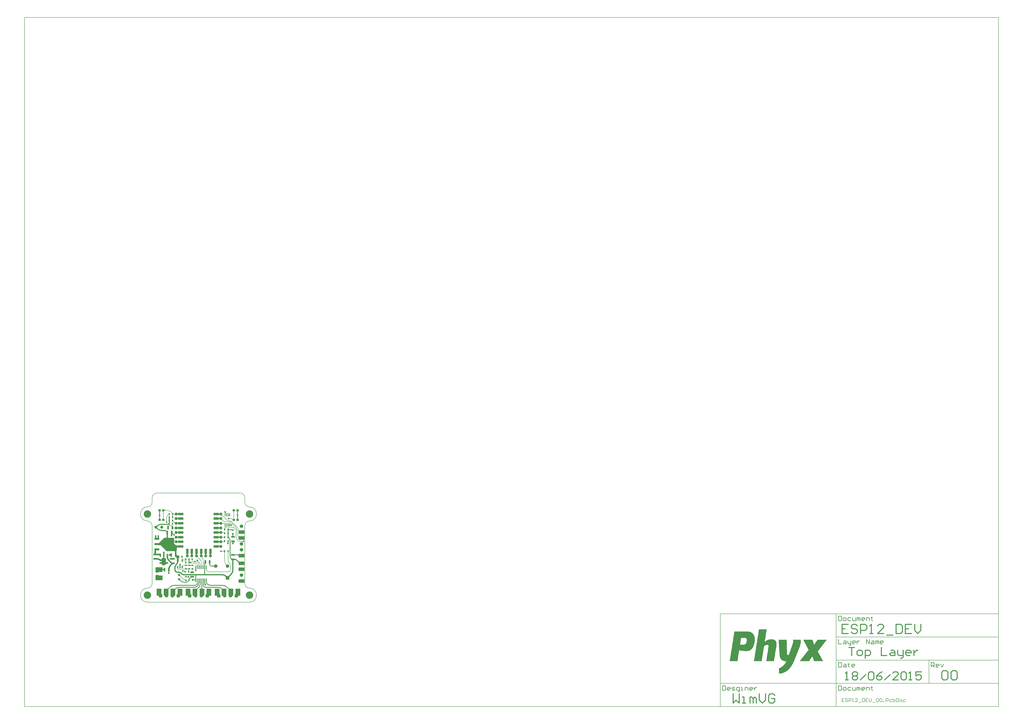
<source format=gtl>
G04 Layer_Physical_Order=1*
G04 Layer_Color=48896*
%FSLAX25Y25*%
%MOIN*%
G70*
G01*
G75*
%ADD10C,0.00787*%
%ADD11C,0.01378*%
%ADD12C,0.01575*%
%ADD13C,0.01181*%
%ADD14C,0.01969*%
%ADD15C,0.01378*%
%ADD16C,0.02362*%
%ADD17C,0.02756*%
%ADD18C,0.00787*%
%ADD19R,0.02362X0.03543*%
%ADD20R,0.02362X0.03937*%
%ADD21R,0.02756X0.05906*%
G04:AMPARAMS|DCode=22|XSize=74.8mil|YSize=125.98mil|CornerRadius=0mil|HoleSize=0mil|Usage=FLASHONLY|Rotation=0.000|XOffset=0mil|YOffset=0mil|HoleType=Round|Shape=Octagon|*
%AMOCTAGOND22*
4,1,8,-0.01870,0.06299,0.01870,0.06299,0.03740,0.04429,0.03740,-0.04429,0.01870,-0.06299,-0.01870,-0.06299,-0.03740,-0.04429,-0.03740,0.04429,-0.01870,0.06299,0.0*
%
%ADD22OCTAGOND22*%

%ADD23R,0.02362X0.05512*%
%ADD24R,0.02362X0.07087*%
%ADD25R,0.01378X0.06299*%
%ADD26R,0.05906X0.02756*%
G04:AMPARAMS|DCode=27|XSize=98.43mil|YSize=59.06mil|CornerRadius=7.38mil|HoleSize=0mil|Usage=FLASHONLY|Rotation=180.000|XOffset=0mil|YOffset=0mil|HoleType=Round|Shape=RoundedRectangle|*
%AMROUNDEDRECTD27*
21,1,0.09843,0.04429,0,0,180.0*
21,1,0.08366,0.05906,0,0,180.0*
1,1,0.01476,-0.04183,0.02215*
1,1,0.01476,0.04183,0.02215*
1,1,0.01476,0.04183,-0.02215*
1,1,0.01476,-0.04183,-0.02215*
%
%ADD27ROUNDEDRECTD27*%
G04:AMPARAMS|DCode=28|XSize=118.11mil|YSize=78.74mil|CornerRadius=3.94mil|HoleSize=0mil|Usage=FLASHONLY|Rotation=90.000|XOffset=0mil|YOffset=0mil|HoleType=Round|Shape=RoundedRectangle|*
%AMROUNDEDRECTD28*
21,1,0.11811,0.07087,0,0,90.0*
21,1,0.11024,0.07874,0,0,90.0*
1,1,0.00787,0.03543,0.05512*
1,1,0.00787,0.03543,-0.05512*
1,1,0.00787,-0.03543,-0.05512*
1,1,0.00787,-0.03543,0.05512*
%
%ADD28ROUNDEDRECTD28*%
%ADD29R,0.03543X0.02362*%
G04:AMPARAMS|DCode=30|XSize=118.11mil|YSize=78.74mil|CornerRadius=3.94mil|HoleSize=0mil|Usage=FLASHONLY|Rotation=180.000|XOffset=0mil|YOffset=0mil|HoleType=Round|Shape=RoundedRectangle|*
%AMROUNDEDRECTD30*
21,1,0.11811,0.07087,0,0,180.0*
21,1,0.11024,0.07874,0,0,180.0*
1,1,0.00787,-0.05512,0.03543*
1,1,0.00787,0.05512,0.03543*
1,1,0.00787,0.05512,-0.03543*
1,1,0.00787,-0.05512,-0.03543*
%
%ADD30ROUNDEDRECTD30*%
%ADD31R,0.03937X0.03543*%
%ADD32R,0.08465X0.12795*%
%ADD33R,0.08465X0.03543*%
%ADD34R,0.03937X0.08858*%
%ADD35R,0.08858X0.03937*%
%ADD36R,0.01575X0.05315*%
%ADD37C,0.03150*%
%ADD38C,0.00984*%
%ADD39C,0.05118*%
%ADD40R,0.05906X0.05906*%
%ADD41C,0.05906*%
G04:AMPARAMS|DCode=42|XSize=59.06mil|YSize=59.06mil|CornerRadius=14.76mil|HoleSize=0mil|Usage=FLASHONLY|Rotation=180.000|XOffset=0mil|YOffset=0mil|HoleType=Round|Shape=RoundedRectangle|*
%AMROUNDEDRECTD42*
21,1,0.05906,0.02953,0,0,180.0*
21,1,0.02953,0.05906,0,0,180.0*
1,1,0.02953,-0.01476,0.01476*
1,1,0.02953,0.01476,0.01476*
1,1,0.02953,0.01476,-0.01476*
1,1,0.02953,-0.01476,-0.01476*
%
%ADD42ROUNDEDRECTD42*%
G04:AMPARAMS|DCode=43|XSize=59.06mil|YSize=59.06mil|CornerRadius=14.76mil|HoleSize=0mil|Usage=FLASHONLY|Rotation=90.000|XOffset=0mil|YOffset=0mil|HoleType=Round|Shape=RoundedRectangle|*
%AMROUNDEDRECTD43*
21,1,0.05906,0.02953,0,0,90.0*
21,1,0.02953,0.05906,0,0,90.0*
1,1,0.02953,0.01476,0.01476*
1,1,0.02953,0.01476,-0.01476*
1,1,0.02953,-0.01476,-0.01476*
1,1,0.02953,-0.01476,0.01476*
%
%ADD43ROUNDEDRECTD43*%
%ADD44C,0.05906*%
%ADD45C,0.05906*%
%ADD46R,0.05906X0.05906*%
%ADD47C,0.12598*%
%ADD48C,0.05118*%
%ADD49C,0.03937*%
%ADD50C,0.02756*%
G36*
X62205Y79134D02*
X65748D01*
Y75197D01*
X64567Y74016D01*
Y68110D01*
X61811D01*
Y74803D01*
X58661Y77953D01*
Y81102D01*
X60236D01*
X62205Y79134D01*
D02*
G37*
G36*
X26378Y82284D02*
X34646D01*
Y76772D01*
X32283D01*
Y79528D01*
X22441D01*
Y82284D01*
X23622D01*
Y90945D01*
X26378D01*
Y82284D01*
D02*
G37*
G36*
X57087Y108268D02*
X57087Y99606D01*
X61024Y95669D01*
Y89567D01*
X61024Y86614D01*
X55118Y86614D01*
X44291Y86614D01*
X34449Y96457D01*
X30512D01*
Y99410D01*
X40354Y109252D01*
X56102D01*
X57087Y108268D01*
D02*
G37*
G36*
X1121080Y-64032D02*
Y-64318D01*
Y-64605D01*
Y-64891D01*
Y-65177D01*
Y-65464D01*
Y-65750D01*
Y-66036D01*
Y-66322D01*
Y-66609D01*
Y-66895D01*
Y-67181D01*
Y-67468D01*
Y-67754D01*
Y-68040D01*
Y-68327D01*
Y-68613D01*
Y-68899D01*
Y-69186D01*
Y-69472D01*
Y-69758D01*
X1120793D01*
Y-70044D01*
Y-70331D01*
Y-70617D01*
Y-70903D01*
Y-71190D01*
X1120507D01*
Y-71476D01*
Y-71762D01*
Y-72049D01*
Y-72335D01*
X1120221D01*
Y-72621D01*
Y-72908D01*
Y-73194D01*
Y-73480D01*
X1119934D01*
Y-73767D01*
Y-74053D01*
Y-74339D01*
X1119648D01*
Y-74625D01*
Y-74912D01*
Y-75198D01*
X1119362D01*
Y-75485D01*
Y-75771D01*
Y-76057D01*
X1119075D01*
Y-76343D01*
Y-76630D01*
Y-76916D01*
X1118789D01*
Y-77202D01*
Y-77489D01*
X1118503D01*
Y-77775D01*
Y-78061D01*
X1118217D01*
Y-78348D01*
Y-78634D01*
Y-78920D01*
X1117930D01*
Y-79207D01*
Y-79493D01*
X1117644D01*
Y-79779D01*
Y-80066D01*
Y-80352D01*
X1117358D01*
Y-80638D01*
Y-80924D01*
X1117071D01*
Y-81211D01*
Y-81497D01*
Y-81783D01*
X1116785D01*
Y-82070D01*
Y-82356D01*
X1116499D01*
Y-82642D01*
Y-82929D01*
Y-83215D01*
X1116212D01*
Y-83501D01*
Y-83788D01*
X1115926D01*
Y-84074D01*
Y-84360D01*
Y-84646D01*
X1115640D01*
Y-84933D01*
Y-85219D01*
X1115353D01*
Y-85505D01*
Y-85792D01*
Y-86078D01*
X1115067D01*
Y-86364D01*
Y-86651D01*
X1114781D01*
Y-86937D01*
Y-87223D01*
Y-87510D01*
X1114494D01*
Y-87796D01*
Y-88082D01*
X1114208D01*
Y-88369D01*
Y-88655D01*
Y-88941D01*
X1113922D01*
Y-89227D01*
Y-89514D01*
X1113636D01*
Y-89800D01*
Y-90086D01*
Y-90373D01*
X1113349D01*
Y-90659D01*
Y-90945D01*
X1113063D01*
Y-91232D01*
Y-91518D01*
Y-91804D01*
X1112776D01*
Y-92091D01*
Y-92377D01*
X1112490D01*
Y-92663D01*
Y-92950D01*
Y-93236D01*
X1112204D01*
Y-93522D01*
Y-93809D01*
X1111918D01*
Y-94095D01*
Y-94381D01*
Y-94667D01*
X1111631D01*
Y-94954D01*
Y-95240D01*
X1111345D01*
Y-95526D01*
Y-95813D01*
Y-96099D01*
X1111059D01*
Y-96385D01*
Y-96672D01*
X1110772D01*
Y-96958D01*
Y-97244D01*
Y-97531D01*
X1110486D01*
Y-97817D01*
Y-98103D01*
X1110200D01*
Y-98390D01*
Y-98676D01*
Y-98962D01*
X1109913D01*
Y-99248D01*
Y-99535D01*
X1109627D01*
Y-99821D01*
Y-100107D01*
Y-100394D01*
X1109341D01*
Y-100680D01*
Y-100966D01*
X1109054D01*
Y-101253D01*
Y-101539D01*
X1108768D01*
Y-101825D01*
Y-102112D01*
X1108482D01*
Y-102398D01*
Y-102684D01*
Y-102971D01*
X1108195D01*
Y-103257D01*
X1107909D01*
Y-103543D01*
Y-103829D01*
Y-104116D01*
X1107623D01*
Y-104402D01*
X1107337D01*
Y-104688D01*
Y-104975D01*
X1107050D01*
Y-105261D01*
Y-105547D01*
X1106764D01*
Y-105834D01*
Y-106120D01*
X1106478D01*
Y-106406D01*
Y-106693D01*
X1106191D01*
Y-106979D01*
X1105905D01*
Y-107265D01*
Y-107552D01*
X1105619D01*
Y-107838D01*
Y-108124D01*
X1105332D01*
Y-108411D01*
X1105046D01*
Y-108697D01*
X1104760D01*
Y-108983D01*
Y-109269D01*
X1104473D01*
Y-109556D01*
X1104187D01*
Y-109842D01*
Y-110128D01*
X1103901D01*
Y-110415D01*
X1103615D01*
Y-110701D01*
X1103328D01*
Y-110987D01*
Y-111274D01*
X1103042D01*
Y-111560D01*
X1102756D01*
Y-111846D01*
X1102469D01*
Y-112133D01*
X1102183D01*
Y-112419D01*
X1101897D01*
Y-112705D01*
Y-112991D01*
X1101610D01*
Y-113278D01*
X1101324D01*
Y-113564D01*
X1101038D01*
Y-113850D01*
X1100751D01*
Y-114137D01*
X1100465D01*
Y-114423D01*
X1100179D01*
Y-114709D01*
X1099892D01*
Y-114996D01*
X1099320D01*
Y-115282D01*
X1099034D01*
Y-115568D01*
X1098747D01*
Y-115855D01*
X1098461D01*
Y-116141D01*
X1098175D01*
Y-116427D01*
X1097602D01*
Y-116714D01*
X1097316D01*
Y-117000D01*
X1096743D01*
Y-117286D01*
X1096457D01*
Y-117572D01*
X1095884D01*
Y-117859D01*
X1095598D01*
Y-118145D01*
X1095025D01*
Y-118431D01*
X1094452D01*
Y-118718D01*
X1093880D01*
Y-119004D01*
X1093307D01*
Y-119290D01*
X1092735D01*
Y-119577D01*
X1091876D01*
Y-119863D01*
X1091303D01*
Y-120149D01*
X1090444D01*
Y-120436D01*
X1089299D01*
Y-120722D01*
X1088154D01*
Y-121008D01*
X1086436D01*
Y-121294D01*
X1084432D01*
Y-121581D01*
X1084145D01*
Y-121294D01*
Y-121008D01*
Y-120722D01*
Y-120436D01*
Y-120149D01*
Y-119863D01*
Y-119577D01*
Y-119290D01*
Y-119004D01*
Y-118718D01*
Y-118431D01*
Y-118145D01*
Y-117859D01*
Y-117572D01*
Y-117286D01*
Y-117000D01*
Y-116714D01*
Y-116427D01*
Y-116141D01*
Y-115855D01*
Y-115568D01*
Y-115282D01*
Y-114996D01*
Y-114709D01*
Y-114423D01*
Y-114137D01*
Y-113850D01*
Y-113564D01*
Y-113278D01*
Y-112991D01*
Y-112705D01*
Y-112419D01*
Y-112133D01*
X1084718D01*
Y-111846D01*
X1085291D01*
Y-111560D01*
X1085863D01*
Y-111274D01*
X1086436D01*
Y-110987D01*
X1087008D01*
Y-110701D01*
X1087581D01*
Y-110415D01*
X1087867D01*
Y-110128D01*
X1088440D01*
Y-109842D01*
X1088726D01*
Y-109556D01*
X1089299D01*
Y-109269D01*
X1089585D01*
Y-108983D01*
X1089872D01*
Y-108697D01*
X1090444D01*
Y-108411D01*
X1090730D01*
Y-108124D01*
X1091017D01*
Y-107838D01*
X1091303D01*
Y-107552D01*
X1091589D01*
Y-107265D01*
X1091876D01*
Y-106979D01*
X1092162D01*
Y-106693D01*
X1092448D01*
Y-106406D01*
X1092735D01*
Y-106120D01*
X1093021D01*
Y-105834D01*
X1093307D01*
Y-105547D01*
X1093594D01*
Y-105261D01*
Y-104975D01*
X1093880D01*
Y-104688D01*
X1094166D01*
Y-104402D01*
X1094452D01*
Y-104116D01*
Y-103829D01*
X1094739D01*
Y-103543D01*
X1095025D01*
Y-103257D01*
Y-102971D01*
X1095311D01*
Y-102684D01*
Y-102398D01*
X1095598D01*
Y-102112D01*
X1095884D01*
Y-101825D01*
Y-101539D01*
X1096170D01*
Y-101253D01*
Y-100966D01*
X1096457D01*
Y-100680D01*
Y-100394D01*
X1094739D01*
Y-100107D01*
X1092735D01*
Y-99821D01*
X1091589D01*
Y-99535D01*
X1091017D01*
Y-99248D01*
X1090158D01*
Y-98962D01*
X1089585D01*
Y-98676D01*
X1089299D01*
Y-98390D01*
X1088726D01*
Y-98103D01*
X1088440D01*
Y-97817D01*
X1088154D01*
Y-97531D01*
X1087867D01*
Y-97244D01*
X1087581D01*
Y-96958D01*
X1087295D01*
Y-96672D01*
Y-96385D01*
X1087008D01*
Y-96099D01*
X1086722D01*
Y-95813D01*
Y-95526D01*
X1086436D01*
Y-95240D01*
Y-94954D01*
X1086149D01*
Y-94667D01*
Y-94381D01*
X1085863D01*
Y-94095D01*
Y-93809D01*
Y-93522D01*
X1085577D01*
Y-93236D01*
Y-92950D01*
Y-92663D01*
Y-92377D01*
X1085291D01*
Y-92091D01*
Y-91804D01*
Y-91518D01*
Y-91232D01*
Y-90945D01*
Y-90659D01*
Y-90373D01*
X1085004D01*
Y-90086D01*
Y-89800D01*
Y-89514D01*
Y-89227D01*
Y-88941D01*
Y-88655D01*
Y-88369D01*
Y-88082D01*
Y-87796D01*
Y-87510D01*
Y-87223D01*
Y-86937D01*
Y-86651D01*
Y-86364D01*
Y-86078D01*
X1084718D01*
Y-85792D01*
Y-85505D01*
Y-85219D01*
Y-84933D01*
Y-84646D01*
Y-84360D01*
Y-84074D01*
Y-83788D01*
Y-83501D01*
Y-83215D01*
Y-82929D01*
Y-82642D01*
Y-82356D01*
Y-82070D01*
Y-81783D01*
X1084432D01*
Y-81497D01*
Y-81211D01*
Y-80924D01*
Y-80638D01*
Y-80352D01*
Y-80066D01*
Y-79779D01*
Y-79493D01*
Y-79207D01*
Y-78920D01*
Y-78634D01*
Y-78348D01*
Y-78061D01*
Y-77775D01*
Y-77489D01*
Y-77202D01*
X1084145D01*
Y-76916D01*
Y-76630D01*
Y-76343D01*
Y-76057D01*
Y-75771D01*
Y-75485D01*
Y-75198D01*
Y-74912D01*
Y-74625D01*
Y-74339D01*
Y-74053D01*
Y-73767D01*
Y-73480D01*
Y-73194D01*
Y-72908D01*
Y-72621D01*
X1083859D01*
Y-72335D01*
Y-72049D01*
Y-71762D01*
Y-71476D01*
Y-71190D01*
Y-70903D01*
Y-70617D01*
Y-70331D01*
Y-70044D01*
Y-69758D01*
Y-69472D01*
Y-69186D01*
Y-68899D01*
Y-68613D01*
X1083573D01*
Y-68327D01*
Y-68040D01*
Y-67754D01*
Y-67468D01*
Y-67181D01*
Y-66895D01*
Y-66609D01*
Y-66322D01*
Y-66036D01*
Y-65750D01*
Y-65464D01*
Y-65177D01*
Y-64891D01*
Y-64605D01*
Y-64318D01*
Y-64032D01*
X1083286D01*
Y-63746D01*
X1097029D01*
Y-64032D01*
Y-64318D01*
Y-64605D01*
Y-64891D01*
Y-65177D01*
Y-65464D01*
Y-65750D01*
Y-66036D01*
Y-66322D01*
Y-66609D01*
Y-66895D01*
Y-67181D01*
Y-67468D01*
Y-67754D01*
X1097316D01*
Y-68040D01*
Y-68327D01*
Y-68613D01*
Y-68899D01*
Y-69186D01*
Y-69472D01*
Y-69758D01*
Y-70044D01*
Y-70331D01*
Y-70617D01*
Y-70903D01*
Y-71190D01*
Y-71476D01*
Y-71762D01*
Y-72049D01*
Y-72335D01*
Y-72621D01*
Y-72908D01*
Y-73194D01*
Y-73480D01*
Y-73767D01*
Y-74053D01*
Y-74339D01*
Y-74625D01*
Y-74912D01*
Y-75198D01*
Y-75485D01*
Y-75771D01*
Y-76057D01*
Y-76343D01*
Y-76630D01*
Y-76916D01*
Y-77202D01*
Y-77489D01*
Y-77775D01*
Y-78061D01*
Y-78348D01*
Y-78634D01*
Y-78920D01*
Y-79207D01*
Y-79493D01*
X1097602D01*
Y-79779D01*
X1097316D01*
Y-80066D01*
Y-80352D01*
X1097602D01*
Y-80638D01*
Y-80924D01*
Y-81211D01*
Y-81497D01*
Y-81783D01*
Y-82070D01*
Y-82356D01*
Y-82642D01*
Y-82929D01*
Y-83215D01*
Y-83501D01*
Y-83788D01*
Y-84074D01*
Y-84360D01*
Y-84646D01*
Y-84933D01*
Y-85219D01*
Y-85505D01*
Y-85792D01*
Y-86078D01*
Y-86364D01*
Y-86651D01*
Y-86937D01*
Y-87223D01*
Y-87510D01*
Y-87796D01*
X1097888D01*
Y-88082D01*
Y-88369D01*
Y-88655D01*
X1098175D01*
Y-88941D01*
X1098461D01*
Y-89227D01*
X1098747D01*
Y-89514D01*
X1099606D01*
Y-89800D01*
X1100465D01*
Y-89514D01*
X1100751D01*
Y-89227D01*
Y-88941D01*
Y-88655D01*
X1101038D01*
Y-88369D01*
Y-88082D01*
X1101324D01*
Y-87796D01*
Y-87510D01*
Y-87223D01*
X1101610D01*
Y-86937D01*
Y-86651D01*
Y-86364D01*
X1101897D01*
Y-86078D01*
Y-85792D01*
Y-85505D01*
X1102183D01*
Y-85219D01*
Y-84933D01*
Y-84646D01*
X1102469D01*
Y-84360D01*
Y-84074D01*
X1102756D01*
Y-83788D01*
Y-83501D01*
Y-83215D01*
X1103042D01*
Y-82929D01*
Y-82642D01*
Y-82356D01*
X1103328D01*
Y-82070D01*
Y-81783D01*
Y-81497D01*
X1103615D01*
Y-81211D01*
Y-80924D01*
X1103901D01*
Y-80638D01*
Y-80352D01*
Y-80066D01*
X1104187D01*
Y-79779D01*
Y-79493D01*
Y-79207D01*
X1104473D01*
Y-78920D01*
Y-78634D01*
Y-78348D01*
X1104760D01*
Y-78061D01*
Y-77775D01*
X1105046D01*
Y-77489D01*
Y-77202D01*
Y-76916D01*
X1105332D01*
Y-76630D01*
Y-76343D01*
Y-76057D01*
X1105619D01*
Y-75771D01*
Y-75485D01*
Y-75198D01*
X1105905D01*
Y-74912D01*
Y-74625D01*
X1106191D01*
Y-74339D01*
Y-74053D01*
Y-73767D01*
X1106478D01*
Y-73480D01*
Y-73194D01*
Y-72908D01*
X1106764D01*
Y-72621D01*
Y-72335D01*
Y-72049D01*
X1107050D01*
Y-71762D01*
Y-71476D01*
Y-71190D01*
Y-70903D01*
X1107337D01*
Y-70617D01*
Y-70331D01*
Y-70044D01*
Y-69758D01*
X1107623D01*
Y-69472D01*
Y-69186D01*
Y-68899D01*
Y-68613D01*
Y-68327D01*
X1107909D01*
Y-68040D01*
Y-67754D01*
Y-67468D01*
Y-67181D01*
Y-66895D01*
Y-66609D01*
X1108195D01*
Y-66322D01*
Y-66036D01*
Y-65750D01*
Y-65464D01*
Y-65177D01*
Y-64891D01*
Y-64605D01*
Y-64318D01*
Y-64032D01*
Y-63746D01*
X1121080D01*
Y-64032D01*
D02*
G37*
G36*
X1063244Y-46567D02*
Y-46853D01*
X1062958D01*
Y-47139D01*
Y-47426D01*
Y-47712D01*
Y-47998D01*
Y-48285D01*
Y-48571D01*
X1062672D01*
Y-48857D01*
Y-49144D01*
Y-49430D01*
Y-49716D01*
Y-50003D01*
Y-50289D01*
X1062385D01*
Y-50575D01*
Y-50862D01*
Y-51148D01*
Y-51434D01*
Y-51720D01*
Y-52007D01*
Y-52293D01*
X1062099D01*
Y-52579D01*
Y-52866D01*
Y-53152D01*
Y-53438D01*
Y-53725D01*
Y-54011D01*
X1061813D01*
Y-54297D01*
Y-54584D01*
Y-54870D01*
Y-55156D01*
Y-55443D01*
Y-55729D01*
X1061526D01*
Y-56015D01*
Y-56301D01*
Y-56588D01*
Y-56874D01*
Y-57161D01*
Y-57447D01*
Y-57733D01*
X1061240D01*
Y-58019D01*
Y-58306D01*
Y-58592D01*
Y-58878D01*
Y-59165D01*
Y-59451D01*
X1060954D01*
Y-59737D01*
Y-60024D01*
Y-60310D01*
Y-60596D01*
Y-60883D01*
Y-61169D01*
X1060668D01*
Y-61455D01*
Y-61742D01*
Y-62028D01*
Y-62314D01*
Y-62600D01*
Y-62887D01*
X1060381D01*
Y-63173D01*
Y-63459D01*
Y-63746D01*
Y-64032D01*
Y-64318D01*
Y-64605D01*
Y-64891D01*
X1060095D01*
Y-65177D01*
Y-65464D01*
Y-65750D01*
Y-66036D01*
Y-66322D01*
Y-66609D01*
X1059809D01*
Y-66895D01*
Y-67181D01*
X1060381D01*
Y-66895D01*
X1060668D01*
Y-66609D01*
X1060954D01*
Y-66322D01*
X1061526D01*
Y-66036D01*
X1061813D01*
Y-65750D01*
X1062099D01*
Y-65464D01*
X1062672D01*
Y-65177D01*
X1063244D01*
Y-64891D01*
X1063531D01*
Y-64605D01*
X1064103D01*
Y-64318D01*
X1064962D01*
Y-64032D01*
X1065535D01*
Y-63746D01*
X1066394D01*
Y-63459D01*
X1067825D01*
Y-63173D01*
X1074124D01*
Y-63459D01*
X1075270D01*
Y-63746D01*
X1076128D01*
Y-64032D01*
X1076701D01*
Y-64318D01*
X1076987D01*
Y-64605D01*
X1077560D01*
Y-64891D01*
X1077846D01*
Y-65177D01*
X1078133D01*
Y-65464D01*
X1078419D01*
Y-65750D01*
X1078705D01*
Y-66036D01*
Y-66322D01*
X1078992D01*
Y-66609D01*
Y-66895D01*
X1079278D01*
Y-67181D01*
Y-67468D01*
Y-67754D01*
X1079564D01*
Y-68040D01*
Y-68327D01*
Y-68613D01*
Y-68899D01*
X1079850D01*
Y-69186D01*
Y-69472D01*
Y-69758D01*
Y-70044D01*
Y-70331D01*
Y-70617D01*
Y-70903D01*
Y-71190D01*
Y-71476D01*
Y-71762D01*
Y-72049D01*
Y-72335D01*
Y-72621D01*
Y-72908D01*
Y-73194D01*
Y-73480D01*
Y-73767D01*
Y-74053D01*
X1079564D01*
Y-74339D01*
Y-74625D01*
Y-74912D01*
Y-75198D01*
Y-75485D01*
Y-75771D01*
Y-76057D01*
X1079278D01*
Y-76343D01*
Y-76630D01*
Y-76916D01*
Y-77202D01*
Y-77489D01*
Y-77775D01*
Y-78061D01*
X1078992D01*
Y-78348D01*
Y-78634D01*
Y-78920D01*
Y-79207D01*
Y-79493D01*
Y-79779D01*
X1078705D01*
Y-80066D01*
Y-80352D01*
Y-80638D01*
Y-80924D01*
Y-81211D01*
Y-81497D01*
X1078419D01*
Y-81783D01*
Y-82070D01*
Y-82356D01*
Y-82642D01*
Y-82929D01*
Y-83215D01*
X1078133D01*
Y-83501D01*
Y-83788D01*
Y-84074D01*
Y-84360D01*
Y-84646D01*
Y-84933D01*
Y-85219D01*
X1077846D01*
Y-85505D01*
Y-85792D01*
Y-86078D01*
Y-86364D01*
Y-86651D01*
Y-86937D01*
X1077560D01*
Y-87223D01*
Y-87510D01*
Y-87796D01*
Y-88082D01*
Y-88369D01*
Y-88655D01*
X1077274D01*
Y-88941D01*
Y-89227D01*
Y-89514D01*
Y-89800D01*
Y-90086D01*
Y-90373D01*
Y-90659D01*
X1076987D01*
Y-90945D01*
Y-91232D01*
Y-91518D01*
Y-91804D01*
Y-92091D01*
Y-92377D01*
X1076701D01*
Y-92663D01*
Y-92950D01*
Y-93236D01*
Y-93522D01*
Y-93809D01*
Y-94095D01*
X1076415D01*
Y-94381D01*
Y-94667D01*
Y-94954D01*
Y-95240D01*
Y-95526D01*
Y-95813D01*
X1076128D01*
Y-96099D01*
Y-96385D01*
Y-96672D01*
Y-96958D01*
Y-97244D01*
Y-97531D01*
Y-97817D01*
X1075842D01*
Y-98103D01*
Y-98390D01*
Y-98676D01*
Y-98962D01*
Y-99248D01*
Y-99535D01*
X1075556D01*
Y-99821D01*
Y-100107D01*
X1062385D01*
Y-99821D01*
Y-99535D01*
X1062672D01*
Y-99248D01*
Y-98962D01*
Y-98676D01*
Y-98390D01*
Y-98103D01*
Y-97817D01*
X1062958D01*
Y-97531D01*
Y-97244D01*
Y-96958D01*
Y-96672D01*
Y-96385D01*
Y-96099D01*
Y-95813D01*
X1063244D01*
Y-95526D01*
Y-95240D01*
Y-94954D01*
Y-94667D01*
Y-94381D01*
Y-94095D01*
X1063531D01*
Y-93809D01*
Y-93522D01*
Y-93236D01*
Y-92950D01*
Y-92663D01*
Y-92377D01*
X1063817D01*
Y-92091D01*
Y-91804D01*
Y-91518D01*
Y-91232D01*
Y-90945D01*
Y-90659D01*
Y-90373D01*
X1064103D01*
Y-90086D01*
Y-89800D01*
Y-89514D01*
Y-89227D01*
Y-88941D01*
Y-88655D01*
X1064390D01*
Y-88369D01*
Y-88082D01*
Y-87796D01*
Y-87510D01*
Y-87223D01*
Y-86937D01*
Y-86651D01*
X1064676D01*
Y-86364D01*
Y-86078D01*
Y-85792D01*
Y-85505D01*
Y-85219D01*
Y-84933D01*
X1064962D01*
Y-84646D01*
Y-84360D01*
Y-84074D01*
Y-83788D01*
Y-83501D01*
Y-83215D01*
X1065249D01*
Y-82929D01*
Y-82642D01*
Y-82356D01*
Y-82070D01*
Y-81783D01*
Y-81497D01*
X1065535D01*
Y-81211D01*
Y-80924D01*
Y-80638D01*
Y-80352D01*
Y-80066D01*
Y-79779D01*
Y-79493D01*
X1065821D01*
Y-79207D01*
Y-78920D01*
Y-78634D01*
Y-78348D01*
Y-78061D01*
Y-77775D01*
X1066107D01*
Y-77489D01*
Y-77202D01*
Y-76916D01*
Y-76630D01*
Y-76343D01*
Y-76057D01*
Y-75771D01*
X1066394D01*
Y-75485D01*
Y-75198D01*
Y-74912D01*
Y-74625D01*
Y-74339D01*
Y-74053D01*
X1066107D01*
Y-73767D01*
Y-73480D01*
X1065821D01*
Y-73194D01*
X1065535D01*
Y-72908D01*
X1064962D01*
Y-72621D01*
X1063244D01*
Y-72908D01*
X1061813D01*
Y-73194D01*
X1060954D01*
Y-73480D01*
X1060381D01*
Y-73767D01*
X1060095D01*
Y-74053D01*
X1059522D01*
Y-74339D01*
X1059236D01*
Y-74625D01*
X1058950D01*
Y-74912D01*
Y-75198D01*
X1058663D01*
Y-75485D01*
Y-75771D01*
Y-76057D01*
X1058377D01*
Y-76343D01*
Y-76630D01*
Y-76916D01*
Y-77202D01*
Y-77489D01*
Y-77775D01*
X1058091D01*
Y-78061D01*
Y-78348D01*
Y-78634D01*
Y-78920D01*
Y-79207D01*
Y-79493D01*
Y-79779D01*
X1057804D01*
Y-80066D01*
Y-80352D01*
Y-80638D01*
Y-80924D01*
Y-81211D01*
Y-81497D01*
X1057518D01*
Y-81783D01*
Y-82070D01*
Y-82356D01*
Y-82642D01*
Y-82929D01*
Y-83215D01*
X1057232D01*
Y-83501D01*
Y-83788D01*
Y-84074D01*
Y-84360D01*
Y-84646D01*
Y-84933D01*
X1056946D01*
Y-85219D01*
Y-85505D01*
Y-85792D01*
Y-86078D01*
Y-86364D01*
Y-86651D01*
Y-86937D01*
X1056659D01*
Y-87223D01*
Y-87510D01*
Y-87796D01*
Y-88082D01*
Y-88369D01*
Y-88655D01*
X1056373D01*
Y-88941D01*
Y-89227D01*
Y-89514D01*
Y-89800D01*
Y-90086D01*
Y-90373D01*
X1056087D01*
Y-90659D01*
Y-90945D01*
Y-91232D01*
Y-91518D01*
Y-91804D01*
Y-92091D01*
Y-92377D01*
X1055800D01*
Y-92663D01*
Y-92950D01*
Y-93236D01*
Y-93522D01*
Y-93809D01*
Y-94095D01*
X1055514D01*
Y-94381D01*
Y-94667D01*
Y-94954D01*
Y-95240D01*
Y-95526D01*
Y-95813D01*
X1055228D01*
Y-96099D01*
Y-96385D01*
Y-96672D01*
Y-96958D01*
Y-97244D01*
Y-97531D01*
X1054941D01*
Y-97817D01*
Y-98103D01*
Y-98390D01*
Y-98676D01*
Y-98962D01*
Y-99248D01*
Y-99535D01*
X1054655D01*
Y-99821D01*
Y-100107D01*
X1041485D01*
Y-99821D01*
Y-99535D01*
X1041771D01*
Y-99248D01*
Y-98962D01*
Y-98676D01*
Y-98390D01*
Y-98103D01*
Y-97817D01*
Y-97531D01*
X1042057D01*
Y-97244D01*
Y-96958D01*
Y-96672D01*
Y-96385D01*
Y-96099D01*
Y-95813D01*
X1042344D01*
Y-95526D01*
Y-95240D01*
Y-94954D01*
Y-94667D01*
Y-94381D01*
Y-94095D01*
X1042630D01*
Y-93809D01*
Y-93522D01*
Y-93236D01*
Y-92950D01*
Y-92663D01*
Y-92377D01*
Y-92091D01*
X1042916D01*
Y-91804D01*
Y-91518D01*
Y-91232D01*
Y-90945D01*
Y-90659D01*
Y-90373D01*
X1043202D01*
Y-90086D01*
Y-89800D01*
Y-89514D01*
Y-89227D01*
Y-88941D01*
Y-88655D01*
X1043489D01*
Y-88369D01*
Y-88082D01*
Y-87796D01*
Y-87510D01*
Y-87223D01*
Y-86937D01*
X1043775D01*
Y-86651D01*
Y-86364D01*
Y-86078D01*
Y-85792D01*
Y-85505D01*
Y-85219D01*
Y-84933D01*
X1044061D01*
Y-84646D01*
Y-84360D01*
Y-84074D01*
Y-83788D01*
Y-83501D01*
Y-83215D01*
X1044348D01*
Y-82929D01*
Y-82642D01*
Y-82356D01*
Y-82070D01*
Y-81783D01*
Y-81497D01*
X1044634D01*
Y-81211D01*
Y-80924D01*
Y-80638D01*
Y-80352D01*
Y-80066D01*
Y-79779D01*
Y-79493D01*
X1044920D01*
Y-79207D01*
Y-78920D01*
Y-78634D01*
Y-78348D01*
Y-78061D01*
Y-77775D01*
X1045207D01*
Y-77489D01*
Y-77202D01*
Y-76916D01*
Y-76630D01*
Y-76343D01*
Y-76057D01*
X1045493D01*
Y-75771D01*
Y-75485D01*
Y-75198D01*
Y-74912D01*
Y-74625D01*
Y-74339D01*
X1045779D01*
Y-74053D01*
Y-73767D01*
Y-73480D01*
Y-73194D01*
Y-72908D01*
Y-72621D01*
Y-72335D01*
X1046066D01*
Y-72049D01*
Y-71762D01*
Y-71476D01*
Y-71190D01*
Y-70903D01*
Y-70617D01*
X1046352D01*
Y-70331D01*
Y-70044D01*
Y-69758D01*
Y-69472D01*
Y-69186D01*
Y-68899D01*
X1046638D01*
Y-68613D01*
Y-68327D01*
Y-68040D01*
Y-67754D01*
Y-67468D01*
Y-67181D01*
X1046925D01*
Y-66895D01*
Y-66609D01*
Y-66322D01*
Y-66036D01*
Y-65750D01*
Y-65464D01*
Y-65177D01*
X1047211D01*
Y-64891D01*
Y-64605D01*
Y-64318D01*
Y-64032D01*
Y-63746D01*
Y-63459D01*
X1047497D01*
Y-63173D01*
Y-62887D01*
Y-62600D01*
Y-62314D01*
Y-62028D01*
Y-61742D01*
X1047783D01*
Y-61455D01*
Y-61169D01*
Y-60883D01*
Y-60596D01*
Y-60310D01*
Y-60024D01*
Y-59737D01*
X1048070D01*
Y-59451D01*
Y-59165D01*
Y-58878D01*
Y-58592D01*
Y-58306D01*
Y-58019D01*
X1048356D01*
Y-57733D01*
Y-57447D01*
Y-57161D01*
Y-56874D01*
Y-56588D01*
Y-56301D01*
X1048642D01*
Y-56015D01*
Y-55729D01*
Y-55443D01*
Y-55156D01*
Y-54870D01*
Y-54584D01*
X1048929D01*
Y-54297D01*
Y-54011D01*
Y-53725D01*
Y-53438D01*
Y-53152D01*
Y-52866D01*
Y-52579D01*
X1049215D01*
Y-52293D01*
Y-52007D01*
Y-51720D01*
Y-51434D01*
Y-51148D01*
Y-50862D01*
X1049501D01*
Y-50575D01*
Y-50289D01*
Y-50003D01*
Y-49716D01*
Y-49430D01*
Y-49144D01*
X1049788D01*
Y-48857D01*
Y-48571D01*
Y-48285D01*
Y-47998D01*
Y-47712D01*
Y-47426D01*
Y-47139D01*
X1050074D01*
Y-46853D01*
Y-46567D01*
Y-46281D01*
X1063244D01*
Y-46567D01*
D02*
G37*
G36*
X1032036Y-50003D02*
X1033754D01*
Y-50289D01*
X1034613D01*
Y-50575D01*
X1035472D01*
Y-50862D01*
X1036331D01*
Y-51148D01*
X1036904D01*
Y-51434D01*
X1037190D01*
Y-51720D01*
X1037763D01*
Y-52007D01*
X1038049D01*
Y-52293D01*
X1038622D01*
Y-52579D01*
X1038908D01*
Y-52866D01*
X1039194D01*
Y-53152D01*
X1039480D01*
Y-53438D01*
X1039767D01*
Y-53725D01*
X1040053D01*
Y-54011D01*
X1040339D01*
Y-54297D01*
Y-54584D01*
X1040626D01*
Y-54870D01*
X1040912D01*
Y-55156D01*
Y-55443D01*
X1041198D01*
Y-55729D01*
X1041485D01*
Y-56015D01*
Y-56301D01*
X1041771D01*
Y-56588D01*
Y-56874D01*
Y-57161D01*
X1042057D01*
Y-57447D01*
Y-57733D01*
Y-58019D01*
X1042344D01*
Y-58306D01*
Y-58592D01*
Y-58878D01*
Y-59165D01*
X1042630D01*
Y-59451D01*
Y-59737D01*
Y-60024D01*
Y-60310D01*
Y-60596D01*
X1042916D01*
Y-60883D01*
Y-61169D01*
Y-61455D01*
Y-61742D01*
Y-62028D01*
Y-62314D01*
Y-62600D01*
Y-62887D01*
Y-63173D01*
Y-63459D01*
Y-63746D01*
Y-64032D01*
Y-64318D01*
Y-64605D01*
Y-64891D01*
Y-65177D01*
Y-65464D01*
Y-65750D01*
Y-66036D01*
Y-66322D01*
X1042630D01*
Y-66609D01*
Y-66895D01*
Y-67181D01*
Y-67468D01*
Y-67754D01*
Y-68040D01*
Y-68327D01*
X1042344D01*
Y-68613D01*
Y-68899D01*
Y-69186D01*
Y-69472D01*
Y-69758D01*
X1042057D01*
Y-70044D01*
Y-70331D01*
Y-70617D01*
Y-70903D01*
Y-71190D01*
X1041771D01*
Y-71476D01*
Y-71762D01*
Y-72049D01*
X1041485D01*
Y-72335D01*
Y-72621D01*
Y-72908D01*
Y-73194D01*
X1041198D01*
Y-73480D01*
Y-73767D01*
Y-74053D01*
X1040912D01*
Y-74339D01*
Y-74625D01*
X1040626D01*
Y-74912D01*
Y-75198D01*
Y-75485D01*
X1040339D01*
Y-75771D01*
Y-76057D01*
X1040053D01*
Y-76343D01*
Y-76630D01*
X1039767D01*
Y-76916D01*
Y-77202D01*
X1039480D01*
Y-77489D01*
X1039194D01*
Y-77775D01*
Y-78061D01*
X1038908D01*
Y-78348D01*
X1038622D01*
Y-78634D01*
X1038335D01*
Y-78920D01*
Y-79207D01*
X1038049D01*
Y-79493D01*
X1037763D01*
Y-79779D01*
X1037476D01*
Y-80066D01*
X1037190D01*
Y-80352D01*
X1036904D01*
Y-80638D01*
X1036331D01*
Y-80924D01*
X1036045D01*
Y-81211D01*
X1035472D01*
Y-81497D01*
X1035186D01*
Y-81783D01*
X1034613D01*
Y-82070D01*
X1033754D01*
Y-82356D01*
X1032895D01*
Y-82642D01*
X1032036D01*
Y-82929D01*
X1030318D01*
Y-83215D01*
X1025165D01*
Y-82929D01*
X1022588D01*
Y-82642D01*
X1020584D01*
Y-82356D01*
X1019152D01*
Y-82070D01*
X1017721D01*
Y-81783D01*
X1016289D01*
Y-82070D01*
Y-82356D01*
Y-82642D01*
Y-82929D01*
Y-83215D01*
Y-83501D01*
Y-83788D01*
X1016003D01*
Y-84074D01*
Y-84360D01*
Y-84646D01*
Y-84933D01*
Y-85219D01*
Y-85505D01*
X1015716D01*
Y-85792D01*
Y-86078D01*
Y-86364D01*
Y-86651D01*
Y-86937D01*
Y-87223D01*
X1015430D01*
Y-87510D01*
Y-87796D01*
Y-88082D01*
Y-88369D01*
Y-88655D01*
Y-88941D01*
Y-89227D01*
X1015144D01*
Y-89514D01*
Y-89800D01*
Y-90086D01*
Y-90373D01*
Y-90659D01*
Y-90945D01*
X1014857D01*
Y-91232D01*
Y-91518D01*
Y-91804D01*
Y-92091D01*
Y-92377D01*
Y-92663D01*
X1014571D01*
Y-92950D01*
Y-93236D01*
Y-93522D01*
Y-93809D01*
Y-94095D01*
Y-94381D01*
Y-94667D01*
X1014285D01*
Y-94954D01*
Y-95240D01*
Y-95526D01*
Y-95813D01*
Y-96099D01*
Y-96385D01*
X1013999D01*
Y-96672D01*
Y-96958D01*
Y-97244D01*
Y-97531D01*
Y-97817D01*
Y-98103D01*
X1013712D01*
Y-98390D01*
Y-98676D01*
Y-98962D01*
Y-99248D01*
Y-99535D01*
Y-99821D01*
Y-100107D01*
X1000256D01*
Y-99821D01*
X1000542D01*
Y-99535D01*
Y-99248D01*
Y-98962D01*
Y-98676D01*
Y-98390D01*
X1000828D01*
Y-98103D01*
Y-97817D01*
Y-97531D01*
Y-97244D01*
Y-96958D01*
Y-96672D01*
Y-96385D01*
X1001114D01*
Y-96099D01*
Y-95813D01*
Y-95526D01*
Y-95240D01*
Y-94954D01*
Y-94667D01*
X1001401D01*
Y-94381D01*
Y-94095D01*
Y-93809D01*
Y-93522D01*
Y-93236D01*
Y-92950D01*
X1001687D01*
Y-92663D01*
Y-92377D01*
Y-92091D01*
Y-91804D01*
Y-91518D01*
Y-91232D01*
Y-90945D01*
X1001974D01*
Y-90659D01*
Y-90373D01*
Y-90086D01*
Y-89800D01*
Y-89514D01*
Y-89227D01*
X1002260D01*
Y-88941D01*
Y-88655D01*
Y-88369D01*
Y-88082D01*
Y-87796D01*
Y-87510D01*
X1002546D01*
Y-87223D01*
Y-86937D01*
Y-86651D01*
Y-86364D01*
Y-86078D01*
Y-85792D01*
X1002832D01*
Y-85505D01*
Y-85219D01*
Y-84933D01*
Y-84646D01*
Y-84360D01*
Y-84074D01*
Y-83788D01*
X1003119D01*
Y-83501D01*
Y-83215D01*
Y-82929D01*
Y-82642D01*
Y-82356D01*
Y-82070D01*
X1003405D01*
Y-81783D01*
Y-81497D01*
Y-81211D01*
Y-80924D01*
Y-80638D01*
Y-80352D01*
X1003691D01*
Y-80066D01*
Y-79779D01*
Y-79493D01*
Y-79207D01*
Y-78920D01*
Y-78634D01*
X1003978D01*
Y-78348D01*
Y-78061D01*
Y-77775D01*
Y-77489D01*
Y-77202D01*
Y-76916D01*
Y-76630D01*
X1004264D01*
Y-76343D01*
Y-76057D01*
Y-75771D01*
Y-75485D01*
Y-75198D01*
Y-74912D01*
X1004550D01*
Y-74625D01*
Y-74339D01*
Y-74053D01*
Y-73767D01*
Y-73480D01*
Y-73194D01*
X1004837D01*
Y-72908D01*
Y-72621D01*
Y-72335D01*
Y-72049D01*
Y-71762D01*
Y-71476D01*
Y-71190D01*
X1005123D01*
Y-70903D01*
Y-70617D01*
Y-70331D01*
Y-70044D01*
Y-69758D01*
Y-69472D01*
X1005409D01*
Y-69186D01*
Y-68899D01*
Y-68613D01*
Y-68327D01*
Y-68040D01*
Y-67754D01*
X1005696D01*
Y-67468D01*
Y-67181D01*
Y-66895D01*
Y-66609D01*
Y-66322D01*
Y-66036D01*
X1005982D01*
Y-65750D01*
Y-65464D01*
Y-65177D01*
Y-64891D01*
Y-64605D01*
Y-64318D01*
Y-64032D01*
X1006268D01*
Y-63746D01*
Y-63459D01*
Y-63173D01*
Y-62887D01*
Y-62600D01*
Y-62314D01*
X1006555D01*
Y-62028D01*
Y-61742D01*
Y-61455D01*
Y-61169D01*
Y-60883D01*
Y-60596D01*
X1006841D01*
Y-60310D01*
Y-60024D01*
Y-59737D01*
Y-59451D01*
Y-59165D01*
Y-58878D01*
Y-58592D01*
X1007127D01*
Y-58306D01*
Y-58019D01*
Y-57733D01*
Y-57447D01*
Y-57161D01*
Y-56874D01*
X1007413D01*
Y-56588D01*
Y-56301D01*
Y-56015D01*
Y-55729D01*
Y-55443D01*
Y-55156D01*
X1007700D01*
Y-54870D01*
Y-54584D01*
Y-54297D01*
Y-54011D01*
Y-53725D01*
Y-53438D01*
Y-53152D01*
X1007986D01*
Y-52866D01*
Y-52579D01*
Y-52293D01*
Y-52007D01*
Y-51720D01*
Y-51434D01*
X1008272D01*
Y-51148D01*
Y-50862D01*
Y-50575D01*
Y-50289D01*
Y-50003D01*
Y-49716D01*
X1032036D01*
Y-50003D01*
D02*
G37*
G36*
X1165172Y-64032D02*
X1164886D01*
Y-64318D01*
X1164599D01*
Y-64605D01*
Y-64891D01*
X1164313D01*
Y-65177D01*
X1164027D01*
Y-65464D01*
X1163740D01*
Y-65750D01*
Y-66036D01*
X1163454D01*
Y-66322D01*
X1163168D01*
Y-66609D01*
X1162881D01*
Y-66895D01*
X1162595D01*
Y-67181D01*
Y-67468D01*
X1162309D01*
Y-67754D01*
X1162022D01*
Y-68040D01*
X1161736D01*
Y-68327D01*
Y-68613D01*
X1161450D01*
Y-68899D01*
X1161163D01*
Y-69186D01*
X1160877D01*
Y-69472D01*
X1160591D01*
Y-69758D01*
Y-70044D01*
X1160305D01*
Y-70331D01*
X1160018D01*
Y-70617D01*
X1159732D01*
Y-70903D01*
Y-71190D01*
X1159445D01*
Y-71476D01*
X1159159D01*
Y-71762D01*
X1158873D01*
Y-72049D01*
Y-72335D01*
X1158587D01*
Y-72621D01*
X1158300D01*
Y-72908D01*
X1158014D01*
Y-73194D01*
X1157728D01*
Y-73480D01*
Y-73767D01*
X1157441D01*
Y-74053D01*
X1157155D01*
Y-74339D01*
X1156869D01*
Y-74625D01*
Y-74912D01*
X1156582D01*
Y-75198D01*
X1156296D01*
Y-75485D01*
X1156010D01*
Y-75771D01*
Y-76057D01*
X1155723D01*
Y-76343D01*
X1155437D01*
Y-76630D01*
X1155151D01*
Y-76916D01*
X1154865D01*
Y-77202D01*
Y-77489D01*
X1154578D01*
Y-77775D01*
X1154292D01*
Y-78061D01*
X1154006D01*
Y-78348D01*
Y-78634D01*
X1153719D01*
Y-78920D01*
X1153433D01*
Y-79207D01*
X1153147D01*
Y-79493D01*
Y-79779D01*
X1152860D01*
Y-80066D01*
X1152574D01*
Y-80352D01*
X1152288D01*
Y-80638D01*
X1152001D01*
Y-80924D01*
Y-81211D01*
X1151715D01*
Y-81497D01*
X1151429D01*
Y-81783D01*
X1151142D01*
Y-82070D01*
Y-82356D01*
X1150856D01*
Y-82642D01*
X1150570D01*
Y-82929D01*
X1150284D01*
Y-83215D01*
X1149997D01*
Y-83501D01*
Y-83788D01*
X1150284D01*
Y-84074D01*
Y-84360D01*
X1150570D01*
Y-84646D01*
Y-84933D01*
X1150856D01*
Y-85219D01*
X1151142D01*
Y-85505D01*
Y-85792D01*
X1151429D01*
Y-86078D01*
Y-86364D01*
X1151715D01*
Y-86651D01*
Y-86937D01*
X1152001D01*
Y-87223D01*
Y-87510D01*
X1152288D01*
Y-87796D01*
Y-88082D01*
X1152574D01*
Y-88369D01*
Y-88655D01*
X1152860D01*
Y-88941D01*
Y-89227D01*
X1153147D01*
Y-89514D01*
Y-89800D01*
X1153433D01*
Y-90086D01*
X1153719D01*
Y-90373D01*
Y-90659D01*
X1154006D01*
Y-90945D01*
Y-91232D01*
X1154292D01*
Y-91518D01*
Y-91804D01*
X1154578D01*
Y-92091D01*
Y-92377D01*
X1154865D01*
Y-92663D01*
Y-92950D01*
X1155151D01*
Y-93236D01*
Y-93522D01*
X1155437D01*
Y-93809D01*
Y-94095D01*
X1155723D01*
Y-94381D01*
X1156010D01*
Y-94667D01*
Y-94954D01*
X1156296D01*
Y-95240D01*
Y-95526D01*
X1156582D01*
Y-95813D01*
Y-96099D01*
X1156869D01*
Y-96385D01*
Y-96672D01*
X1157155D01*
Y-96958D01*
Y-97244D01*
X1157441D01*
Y-97531D01*
Y-97817D01*
X1157728D01*
Y-98103D01*
Y-98390D01*
X1158014D01*
Y-98676D01*
X1158300D01*
Y-98962D01*
Y-99248D01*
X1158587D01*
Y-99535D01*
Y-99821D01*
X1158873D01*
Y-100107D01*
X1143698D01*
Y-99821D01*
X1143412D01*
Y-99535D01*
Y-99248D01*
Y-98962D01*
X1143126D01*
Y-98676D01*
Y-98390D01*
Y-98103D01*
X1142839D01*
Y-97817D01*
Y-97531D01*
X1142553D01*
Y-97244D01*
Y-96958D01*
Y-96672D01*
X1142267D01*
Y-96385D01*
Y-96099D01*
Y-95813D01*
X1141980D01*
Y-95526D01*
Y-95240D01*
X1141694D01*
Y-94954D01*
Y-94667D01*
Y-94381D01*
X1141408D01*
Y-94095D01*
Y-93809D01*
Y-93522D01*
X1141121D01*
Y-93236D01*
Y-92950D01*
Y-92663D01*
X1140835D01*
Y-92377D01*
X1140263D01*
Y-92663D01*
Y-92950D01*
X1139976D01*
Y-93236D01*
X1139690D01*
Y-93522D01*
Y-93809D01*
X1139404D01*
Y-94095D01*
X1139117D01*
Y-94381D01*
Y-94667D01*
X1138831D01*
Y-94954D01*
X1138545D01*
Y-95240D01*
Y-95526D01*
X1138258D01*
Y-95813D01*
X1137972D01*
Y-96099D01*
X1137686D01*
Y-96385D01*
Y-96672D01*
X1137399D01*
Y-96958D01*
X1137113D01*
Y-97244D01*
Y-97531D01*
X1136827D01*
Y-97817D01*
X1136541D01*
Y-98103D01*
Y-98390D01*
X1136254D01*
Y-98676D01*
X1135968D01*
Y-98962D01*
Y-99248D01*
X1135682D01*
Y-99535D01*
X1135395D01*
Y-99821D01*
Y-100107D01*
X1119362D01*
Y-99821D01*
X1119648D01*
Y-99535D01*
X1119934D01*
Y-99248D01*
X1120221D01*
Y-98962D01*
X1120507D01*
Y-98676D01*
Y-98390D01*
X1120793D01*
Y-98103D01*
X1121080D01*
Y-97817D01*
X1121366D01*
Y-97531D01*
X1121652D01*
Y-97244D01*
Y-96958D01*
X1121939D01*
Y-96672D01*
X1122225D01*
Y-96385D01*
X1122511D01*
Y-96099D01*
Y-95813D01*
X1122797D01*
Y-95526D01*
X1123084D01*
Y-95240D01*
X1123370D01*
Y-94954D01*
X1123656D01*
Y-94667D01*
Y-94381D01*
X1123943D01*
Y-94095D01*
X1124229D01*
Y-93809D01*
X1124515D01*
Y-93522D01*
X1124802D01*
Y-93236D01*
Y-92950D01*
X1125088D01*
Y-92663D01*
X1125374D01*
Y-92377D01*
X1125661D01*
Y-92091D01*
Y-91804D01*
X1125947D01*
Y-91518D01*
X1126233D01*
Y-91232D01*
X1126519D01*
Y-90945D01*
X1126806D01*
Y-90659D01*
Y-90373D01*
X1127092D01*
Y-90086D01*
X1127378D01*
Y-89800D01*
X1127665D01*
Y-89514D01*
Y-89227D01*
X1127951D01*
Y-88941D01*
X1128237D01*
Y-88655D01*
X1128524D01*
Y-88369D01*
X1128810D01*
Y-88082D01*
Y-87796D01*
X1129096D01*
Y-87510D01*
X1129383D01*
Y-87223D01*
X1129669D01*
Y-86937D01*
Y-86651D01*
X1129955D01*
Y-86364D01*
X1130242D01*
Y-86078D01*
X1130528D01*
Y-85792D01*
X1130814D01*
Y-85505D01*
Y-85219D01*
X1131100D01*
Y-84933D01*
X1131387D01*
Y-84646D01*
X1131673D01*
Y-84360D01*
X1131960D01*
Y-84074D01*
Y-83788D01*
X1132246D01*
Y-83501D01*
X1132532D01*
Y-83215D01*
X1132818D01*
Y-82929D01*
Y-82642D01*
X1133105D01*
Y-82356D01*
X1133391D01*
Y-82070D01*
X1133677D01*
Y-81783D01*
X1133964D01*
Y-81497D01*
Y-81211D01*
X1134250D01*
Y-80924D01*
Y-80638D01*
Y-80352D01*
X1133964D01*
Y-80066D01*
X1133677D01*
Y-79779D01*
Y-79493D01*
X1133391D01*
Y-79207D01*
Y-78920D01*
X1133105D01*
Y-78634D01*
Y-78348D01*
X1132818D01*
Y-78061D01*
Y-77775D01*
X1132532D01*
Y-77489D01*
Y-77202D01*
X1132246D01*
Y-76916D01*
Y-76630D01*
X1131960D01*
Y-76343D01*
X1131673D01*
Y-76057D01*
Y-75771D01*
X1131387D01*
Y-75485D01*
Y-75198D01*
X1131100D01*
Y-74912D01*
Y-74625D01*
X1130814D01*
Y-74339D01*
Y-74053D01*
X1130528D01*
Y-73767D01*
Y-73480D01*
X1130242D01*
Y-73194D01*
Y-72908D01*
X1129955D01*
Y-72621D01*
X1129669D01*
Y-72335D01*
Y-72049D01*
X1129383D01*
Y-71762D01*
Y-71476D01*
X1129096D01*
Y-71190D01*
Y-70903D01*
X1128810D01*
Y-70617D01*
Y-70331D01*
X1128524D01*
Y-70044D01*
Y-69758D01*
X1128237D01*
Y-69472D01*
Y-69186D01*
X1127951D01*
Y-68899D01*
Y-68613D01*
X1127665D01*
Y-68327D01*
X1127378D01*
Y-68040D01*
Y-67754D01*
X1127092D01*
Y-67468D01*
Y-67181D01*
X1126806D01*
Y-66895D01*
Y-66609D01*
X1126519D01*
Y-66322D01*
Y-66036D01*
X1126233D01*
Y-65750D01*
Y-65464D01*
X1125947D01*
Y-65177D01*
Y-64891D01*
X1125661D01*
Y-64605D01*
X1125374D01*
Y-64318D01*
Y-64032D01*
X1125088D01*
Y-63746D01*
X1140835D01*
Y-64032D01*
X1141121D01*
Y-64318D01*
Y-64605D01*
Y-64891D01*
X1141408D01*
Y-65177D01*
Y-65464D01*
Y-65750D01*
X1141694D01*
Y-66036D01*
Y-66322D01*
Y-66609D01*
X1141980D01*
Y-66895D01*
Y-67181D01*
Y-67468D01*
X1142267D01*
Y-67754D01*
Y-68040D01*
Y-68327D01*
X1142553D01*
Y-68613D01*
Y-68899D01*
Y-69186D01*
X1142839D01*
Y-69472D01*
Y-69758D01*
Y-70044D01*
X1143126D01*
Y-70331D01*
Y-70617D01*
Y-70903D01*
X1143412D01*
Y-71190D01*
Y-71476D01*
Y-71762D01*
Y-72049D01*
X1143985D01*
Y-71762D01*
X1144271D01*
Y-71476D01*
X1144557D01*
Y-71190D01*
Y-70903D01*
X1144844D01*
Y-70617D01*
X1145130D01*
Y-70331D01*
Y-70044D01*
X1145416D01*
Y-69758D01*
X1145702D01*
Y-69472D01*
Y-69186D01*
X1145989D01*
Y-68899D01*
X1146275D01*
Y-68613D01*
Y-68327D01*
X1146561D01*
Y-68040D01*
X1146848D01*
Y-67754D01*
Y-67468D01*
X1147134D01*
Y-67181D01*
X1147420D01*
Y-66895D01*
Y-66609D01*
X1147707D01*
Y-66322D01*
X1147993D01*
Y-66036D01*
Y-65750D01*
X1148279D01*
Y-65464D01*
X1148566D01*
Y-65177D01*
Y-64891D01*
X1148852D01*
Y-64605D01*
X1149138D01*
Y-64318D01*
Y-64032D01*
X1149425D01*
Y-63746D01*
X1165172D01*
Y-64032D01*
D02*
G37*
%LPC*%
G36*
X1027742Y-60883D02*
X1019725D01*
Y-61169D01*
Y-61455D01*
Y-61742D01*
Y-62028D01*
Y-62314D01*
X1019438D01*
Y-62600D01*
Y-62887D01*
Y-63173D01*
Y-63459D01*
Y-63746D01*
Y-64032D01*
X1019152D01*
Y-64318D01*
Y-64605D01*
Y-64891D01*
Y-65177D01*
Y-65464D01*
Y-65750D01*
X1018866D01*
Y-66036D01*
Y-66322D01*
Y-66609D01*
Y-66895D01*
Y-67181D01*
Y-67468D01*
X1018580D01*
Y-67754D01*
Y-68040D01*
Y-68327D01*
Y-68613D01*
Y-68899D01*
Y-69186D01*
Y-69472D01*
X1018293D01*
Y-69758D01*
Y-70044D01*
Y-70331D01*
Y-70617D01*
Y-70903D01*
Y-71190D01*
X1018007D01*
Y-71476D01*
Y-71762D01*
Y-72049D01*
X1025165D01*
Y-71762D01*
X1026310D01*
Y-71476D01*
X1026883D01*
Y-71190D01*
X1027169D01*
Y-70903D01*
X1027455D01*
Y-70617D01*
X1027742D01*
Y-70331D01*
X1028028D01*
Y-70044D01*
Y-69758D01*
X1028314D01*
Y-69472D01*
Y-69186D01*
X1028601D01*
Y-68899D01*
Y-68613D01*
X1028887D01*
Y-68327D01*
Y-68040D01*
Y-67754D01*
Y-67468D01*
X1029173D01*
Y-67181D01*
Y-66895D01*
Y-66609D01*
Y-66322D01*
Y-66036D01*
X1029459D01*
Y-65750D01*
Y-65464D01*
Y-65177D01*
Y-64891D01*
Y-64605D01*
Y-64318D01*
Y-64032D01*
Y-63746D01*
Y-63459D01*
Y-63173D01*
Y-62887D01*
X1029173D01*
Y-62600D01*
Y-62314D01*
X1028887D01*
Y-62028D01*
Y-61742D01*
X1028601D01*
Y-61455D01*
X1028314D01*
Y-61169D01*
X1027742D01*
Y-60883D01*
D02*
G37*
%LPD*%
D10*
X97244Y67323D02*
G03*
X93442Y68898I-3802J-3802D01*
G01*
X101476Y63758D02*
G03*
X100000Y67323I-5041J0D01*
G01*
X104035Y65242D02*
G03*
X101107Y72313I-10000J0D01*
G01*
X106595Y70683D02*
G03*
X103666Y77754I-10000J0D01*
G01*
X166362Y121827D02*
G03*
X166363Y121827I1009J1007D01*
G01*
X165945Y122835D02*
G03*
X166362Y121827I1426J0D01*
G01*
X164137Y127201D02*
G03*
X164135Y127203I-4371J-4366D01*
G01*
X165945Y122835D02*
G03*
X164137Y127201I-6178J0D01*
G01*
X164173Y120267D02*
G03*
X161244Y127338I-10000J0D01*
G01*
X166198Y111755D02*
G03*
X166201Y111752I4898J4892D01*
G01*
X164173Y116647D02*
G03*
X166198Y111755I6922J0D01*
G01*
X165260Y104819D02*
G03*
X169291Y103150I4032J4033D01*
G01*
X165259Y104820D02*
G03*
X165260Y104819I4033J4033D01*
G01*
X162205Y111215D02*
G03*
X164567Y105512I8065J0D01*
G01*
X160435Y124998D02*
G03*
X160433Y125000I-4279J-4275D01*
G01*
X162205Y120723D02*
G03*
X160435Y124998I-6049J0D01*
G01*
X160433Y125000D02*
G03*
X155205Y127165I-5228J-5228D01*
G01*
X153934Y134649D02*
G03*
X150135Y136221I-3799J-3805D01*
G01*
X153937Y134646D02*
G03*
X153934Y134649I-3802J-3802D01*
G01*
X145824Y140101D02*
G03*
X150443Y138189I4619J4623D01*
G01*
X155061Y136277D02*
G03*
X150443Y138189I-4619J-4623D01*
G01*
X155063Y136275D02*
G03*
X155061Y136277I-4621J-4621D01*
G01*
X145822Y140103D02*
G03*
X145824Y140101I4621J4621D01*
G01*
X138902Y139149D02*
G03*
X145973Y136221I7071J7071D01*
G01*
X88189Y56496D02*
G03*
X87795Y56102I0J-394D01*
G01*
X73524Y62402D02*
G03*
X70669Y59547I0J-2854D01*
G01*
X96358Y63779D02*
G03*
X94390Y65748I-1969J0D01*
G01*
X88976Y66929D02*
G03*
X91828Y65748I2851J2851D01*
G01*
X87598Y70256D02*
G03*
X88976Y66929I4705J0D01*
G01*
X98917Y63283D02*
G03*
X97244Y67323I-5713J0D01*
G01*
X158268Y139567D02*
G03*
X153040Y141732I-5228J-5228D01*
G01*
X111713Y55610D02*
G03*
X111811Y54724I4035J0D01*
G01*
D02*
G03*
X114862Y51673I3937J886D01*
G01*
D02*
G03*
X115748Y51575I886J3937D01*
G01*
X150000D02*
G03*
X153150Y54724I0J3150D01*
G01*
Y60578D02*
G03*
X150886Y66043I-7729J0D01*
G01*
X148622Y71509D02*
G03*
X150886Y66043I7729J0D01*
G01*
X142717Y70402D02*
G03*
X145645Y63331I10000J0D01*
G01*
X63189Y57284D02*
G03*
X64567Y55905I1378J0D01*
G01*
X76575D02*
G03*
X77165Y56496I0J591D01*
G01*
X54528Y138583D02*
G03*
X54944Y137575I1426J0D01*
G01*
D02*
G03*
X54945Y137575I1009J1007D01*
G01*
X57339Y135181D02*
G03*
X60532Y133858I3193J3193D01*
G01*
X45463Y146447D02*
G03*
X44488Y144095I2352J-2352D01*
G01*
X51945Y152780D02*
G03*
X44874Y155709I-7071J-7071D01*
G01*
X54528Y149606D02*
G03*
X54110Y150614I-1426J0D01*
G01*
X77165Y43110D02*
G03*
X77362Y42913I197J0D01*
G01*
X73123Y38491D02*
G03*
X74316Y37846I1680J1681D01*
G01*
D02*
G03*
X74803Y37795I487J2326D01*
G01*
X77165Y37205D02*
G03*
X75740Y37795I-1426J-1426D01*
G01*
X54110Y132063D02*
G03*
X54111Y132064I-1008J1008D01*
G01*
D02*
G03*
X54528Y133071I-1009J1007D01*
G01*
X51805Y130315D02*
G03*
X52756Y130709I0J1344D01*
G01*
X49376Y130315D02*
G03*
X48425Y129921I0J-1344D01*
G01*
X47906Y129402D02*
G03*
X46654Y126378I3024J-3024D01*
G01*
X92028Y68898D02*
X93442D01*
X87598Y70256D02*
Y72835D01*
X96457Y70866D02*
X100000Y67323D01*
X101476Y59252D02*
Y63758D01*
X95006Y78414D02*
X101107Y72313D01*
X104035Y59252D02*
Y65242D01*
X103006Y78414D02*
X103666Y77754D01*
X106595Y62845D02*
Y70683D01*
Y59252D02*
Y62845D01*
X143799Y131299D02*
Y133760D01*
X136417D02*
X143799D01*
X166363Y121827D02*
X169449Y118740D01*
X166362Y121827D02*
X166363Y121827D01*
X155063Y136275D02*
X164135Y127203D01*
X153937Y134646D02*
X161244Y127338D01*
X164173Y116647D02*
Y120267D01*
X166201Y111752D02*
X169213Y108740D01*
X169291Y103150D02*
X174803D01*
X165259Y104820D02*
X165260Y104819D01*
X164567Y105512D02*
X165259Y104820D01*
X162205Y111215D02*
Y120723D01*
X143504Y127165D02*
X155205D01*
X145973Y136221D02*
X150135D01*
X136319Y149606D02*
X145822Y140103D01*
X136319Y141732D02*
X138902Y139149D01*
X87795Y51772D02*
Y56102D01*
X73524Y62402D02*
X77165D01*
X82677D02*
X88189D01*
X77165D02*
X82677D01*
X76575Y67323D02*
Y71653D01*
X70669D02*
X76575D01*
X70669D02*
Y76772D01*
Y70374D02*
Y71653D01*
X70276Y77165D02*
X70669Y76772D01*
X136319Y86614D02*
X136319Y86614D01*
X142717D01*
X96358Y59252D02*
Y63779D01*
X91828Y65748D02*
X94390D01*
X98917Y59252D02*
Y63283D01*
X111614Y59350D02*
Y61221D01*
X149606Y141732D02*
X153040D01*
X111614Y59350D02*
X111713Y59252D01*
X158268Y139567D02*
Y155709D01*
X143504Y131004D02*
X143799Y131299D01*
X143504Y124409D02*
Y131004D01*
X142717Y123622D02*
X143504Y124409D01*
X142717Y116929D02*
Y117913D01*
X142520Y118110D02*
X142717Y117913D01*
X136319Y118110D02*
X142520D01*
X142717Y102559D02*
Y103543D01*
X142520Y102362D02*
X142717Y102559D01*
X136319Y102362D02*
X142520D01*
X142717Y110236D02*
X142717Y110236D01*
X136319Y110236D02*
X142717D01*
X38583Y139567D02*
Y155709D01*
X169449Y118740D02*
X171260D01*
X169213Y108740D02*
X171260D01*
X169646Y118740D02*
X171260D01*
X169803Y108740D02*
X171260D01*
X38583Y139567D02*
X39370Y138779D01*
X111713Y55610D02*
Y59252D01*
X115748Y51575D02*
X150000D01*
X153150Y54724D02*
Y60578D01*
X148622Y71509D02*
Y86614D01*
X145645Y63331D02*
X147795Y61181D01*
X142717Y70402D02*
Y86614D01*
X63189Y57284D02*
Y59547D01*
X64567Y55905D02*
X76575D01*
X75787Y51575D02*
Y52756D01*
X81693Y56496D02*
X82677D01*
X77165D02*
X81693D01*
Y51575D02*
Y56496D01*
X60532Y149606D02*
X60532Y149606D01*
X54944Y137575D02*
X54945Y137575D01*
X57339Y135181D01*
X45463Y146447D02*
X48622Y149606D01*
X44488Y135827D02*
Y144095D01*
X53740Y126378D02*
X54134Y125984D01*
X60532D01*
X38583Y155709D02*
X44874D01*
X54528Y144095D02*
Y149606D01*
Y149606D01*
X60532D01*
X51945Y152780D02*
X54110Y150614D01*
X71653Y52756D02*
X75787D01*
X77362Y42913D02*
X81496D01*
X65354Y46260D02*
X73123Y38491D01*
X73123Y38491D01*
X74803Y37795D02*
X75740D01*
X52756Y130709D02*
X54110Y132063D01*
X54111Y132064D01*
X49376Y130315D02*
X51805D01*
X47906Y129402D02*
X48425Y129921D01*
X11811Y23622D02*
G03*
X11811Y0I0J-11811D01*
G01*
Y23622D02*
G03*
X19685Y31496I0J7874D01*
G01*
X19685Y129921D02*
G03*
X11811Y137795I-7874J0D01*
G01*
Y161417D02*
G03*
X11811Y137795I0J-11811D01*
G01*
X11811Y161417D02*
G03*
X19685Y169291I0J7874D01*
G01*
X27559Y185039D02*
G03*
X19685Y177165I0J-7874D01*
G01*
X177165D02*
G03*
X169291Y185039I-7874J0D01*
G01*
X177165Y169291D02*
G03*
X185039Y161417I7874J0D01*
G01*
X185039Y137795D02*
G03*
X185039Y161417I0J11811D01*
G01*
Y137795D02*
G03*
X177165Y129921I0J-7874D01*
G01*
X177165Y31496D02*
G03*
X185039Y23622I7874J0D01*
G01*
Y0D02*
G03*
X185039Y23622I0J11811D01*
G01*
X19685Y31496D02*
Y129921D01*
Y169291D02*
Y177165D01*
X177165Y169291D02*
Y177165D01*
Y31496D02*
Y129921D01*
X27559Y185039D02*
X169291D01*
X11811Y0D02*
X185039D01*
X1338583Y-137795D02*
Y-98425D01*
X1181102Y-59055D02*
X1456693D01*
X1181102Y-98425D02*
X1456693D01*
X984252Y-137795D02*
X1456693D01*
X984252Y-19685D02*
X1456693D01*
X984252Y-177165D02*
Y-19685D01*
X1181102Y-177165D02*
Y-19685D01*
X-196850Y992126D02*
X1456693D01*
Y-177165D02*
Y992126D01*
X-196850Y-177165D02*
Y992126D01*
Y-177165D02*
X1456693D01*
X1194881Y-163388D02*
X1190945D01*
Y-169291D01*
X1194881D01*
X1190945Y-166340D02*
X1192913D01*
X1200784Y-164372D02*
X1199800Y-163388D01*
X1197832D01*
X1196848Y-164372D01*
Y-165356D01*
X1197832Y-166340D01*
X1199800D01*
X1200784Y-167324D01*
Y-168307D01*
X1199800Y-169291D01*
X1197832D01*
X1196848Y-168307D01*
X1202752Y-169291D02*
Y-163388D01*
X1205704D01*
X1206688Y-164372D01*
Y-166340D01*
X1205704Y-167324D01*
X1202752D01*
X1208656Y-169291D02*
X1210624D01*
X1209640D01*
Y-163388D01*
X1208656Y-164372D01*
X1217511Y-169291D02*
X1213575D01*
X1217511Y-165356D01*
Y-164372D01*
X1216527Y-163388D01*
X1214559D01*
X1213575Y-164372D01*
X1219479Y-170275D02*
X1223415D01*
X1225383Y-163388D02*
Y-169291D01*
X1228334D01*
X1229318Y-168307D01*
Y-164372D01*
X1228334Y-163388D01*
X1225383D01*
X1235222D02*
X1231286D01*
Y-169291D01*
X1235222D01*
X1231286Y-166340D02*
X1233254D01*
X1237190Y-163388D02*
Y-167324D01*
X1239158Y-169291D01*
X1241125Y-167324D01*
Y-163388D01*
X1243093Y-170275D02*
X1247029D01*
X1248997Y-164372D02*
X1249981Y-163388D01*
X1251949D01*
X1252933Y-164372D01*
Y-168307D01*
X1251949Y-169291D01*
X1249981D01*
X1248997Y-168307D01*
Y-164372D01*
X1254900D02*
X1255884Y-163388D01*
X1257852D01*
X1258836Y-164372D01*
Y-168307D01*
X1257852Y-169291D01*
X1255884D01*
X1254900Y-168307D01*
Y-164372D01*
X1260804Y-169291D02*
Y-168307D01*
X1261788D01*
Y-169291D01*
X1260804D01*
X1265724D02*
Y-163388D01*
X1268676D01*
X1269660Y-164372D01*
Y-166340D01*
X1268676Y-167324D01*
X1265724D01*
X1275563Y-165356D02*
X1272611D01*
X1271627Y-166340D01*
Y-168307D01*
X1272611Y-169291D01*
X1275563D01*
X1277531Y-163388D02*
Y-169291D01*
X1280483D01*
X1281467Y-168307D01*
Y-167324D01*
Y-166340D01*
X1280483Y-165356D01*
X1277531D01*
X1283435Y-163388D02*
Y-169291D01*
X1286386D01*
X1287370Y-168307D01*
Y-164372D01*
X1286386Y-163388D01*
X1283435D01*
X1290322Y-169291D02*
X1292290D01*
X1293274Y-168307D01*
Y-166340D01*
X1292290Y-165356D01*
X1290322D01*
X1289338Y-166340D01*
Y-168307D01*
X1290322Y-169291D01*
X1299177Y-165356D02*
X1296226D01*
X1295242Y-166340D01*
Y-168307D01*
X1296226Y-169291D01*
X1299177D01*
D11*
X57087Y114173D02*
G03*
X53285Y115748I-3802J-3802D01*
G01*
X127638Y61024D02*
G03*
X127795Y61181I0J158D01*
G01*
X117520Y63976D02*
G03*
X120472Y61024I2953J0D01*
G01*
X56371Y19757D02*
G03*
X55118Y16732I3024J-3024D01*
G01*
X65953Y25197D02*
G03*
X58882Y22268I0J-10000D01*
G01*
X99737Y26164D02*
G03*
X101476Y31800I-8261J5636D01*
G01*
X98548Y24729D02*
G03*
X99737Y26164I-7071J7071D01*
G01*
X91339Y25197D02*
G03*
X98917Y32776I0J7579D01*
G01*
X106595Y28839D02*
G03*
X110236Y25197I3642J0D01*
G01*
X136787Y23646D02*
G03*
X133043Y25197I-3744J-3744D01*
G01*
X57292Y28543D02*
G03*
X50221Y25614I0J-10000D01*
G01*
X92520Y28543D02*
G03*
X96358Y32382I0J3839D01*
G01*
X153543Y16732D02*
G03*
X152151Y20093I-4752J0D01*
G01*
X113189Y30906D02*
G03*
X118892Y28543I5703J5703D01*
G01*
X146630Y25614D02*
G03*
X139559Y28543I-7071J-7071D01*
G01*
X111713Y34470D02*
G03*
X113189Y30906I5041J0D01*
G01*
X141732Y17323D02*
G03*
X140758Y19675I-3327J0D01*
G01*
X104035Y17445D02*
G03*
X104331Y16732I1008J0D01*
G01*
X109153Y67421D02*
X110236Y68504D01*
X120866Y61024D02*
X127638D01*
X117520Y63976D02*
Y68110D01*
X66929Y59547D02*
Y63878D01*
X109153Y59252D02*
Y67421D01*
X56371Y19757D02*
X58882Y22268D01*
X65953Y25197D02*
X91339D01*
X92520Y18701D02*
X98548Y24729D01*
X101476Y31800D02*
Y37205D01*
X98917Y32776D02*
Y37205D01*
X110236Y25197D02*
X133043D01*
X106595Y28839D02*
Y37205D01*
X140758Y19675D02*
X140758Y19675D01*
X136787Y23646D02*
X140758Y19675D01*
X57292Y28543D02*
X92520D01*
X43307Y18701D02*
X50221Y25614D01*
X96358Y32382D02*
Y37205D01*
X146630Y25614D02*
X152151Y20093D01*
X118892Y28543D02*
X139559D01*
X111713Y34470D02*
Y37205D01*
X104035Y17445D02*
Y37205D01*
X93799Y53740D02*
Y59252D01*
X169882Y80118D02*
X171260Y78740D01*
X156693Y80118D02*
X169882D01*
X92520Y16732D02*
Y18701D01*
X43307Y16732D02*
Y18701D01*
X82480Y67323D02*
Y72835D01*
Y67323D02*
X85433D01*
X109153Y46654D02*
Y59252D01*
X93799Y37795D02*
Y46654D01*
D12*
X163539Y71107D02*
G03*
X159843Y72638I-3697J-3697D01*
G01*
X35363Y132283D02*
G03*
X28291Y129355I0J-10000D01*
G01*
X28685Y124583D02*
G03*
X35756Y121653I7071J7071D01*
G01*
X45472Y119604D02*
G03*
X40523Y121653I-4949J-4949D01*
G01*
X163539Y71107D02*
X168898Y65748D01*
X156693Y72638D02*
X159843D01*
X168898Y65748D02*
X171260D01*
X50886Y98425D02*
X54134D01*
X48622Y133071D02*
Y138583D01*
Y144095D01*
Y132283D02*
Y133071D01*
X35363Y132283D02*
X48622D01*
X26102Y127165D02*
X28291Y129355D01*
X26102Y127165D02*
X28685Y124583D01*
X35756Y121653D02*
X40523D01*
X45472Y118110D02*
Y119604D01*
X1202756Y-76776D02*
X1211939D01*
X1207348D01*
Y-90551D01*
X1218827D02*
X1223419D01*
X1225714Y-88255D01*
Y-83664D01*
X1223419Y-81368D01*
X1218827D01*
X1216531Y-83664D01*
Y-88255D01*
X1218827Y-90551D01*
X1230306Y-95143D02*
Y-81368D01*
X1237194D01*
X1239489Y-83664D01*
Y-88255D01*
X1237194Y-90551D01*
X1230306D01*
X1257856Y-76776D02*
Y-90551D01*
X1267040D01*
X1273927Y-81368D02*
X1278519D01*
X1280815Y-83664D01*
Y-90551D01*
X1273927D01*
X1271631Y-88255D01*
X1273927Y-85960D01*
X1280815D01*
X1285406Y-81368D02*
Y-88255D01*
X1287702Y-90551D01*
X1294590D01*
Y-92847D01*
X1292294Y-95143D01*
X1289998D01*
X1294590Y-90551D02*
Y-81368D01*
X1306069Y-90551D02*
X1301477D01*
X1299181Y-88255D01*
Y-83664D01*
X1301477Y-81368D01*
X1306069D01*
X1308365Y-83664D01*
Y-85960D01*
X1299181D01*
X1312957Y-81368D02*
Y-90551D01*
Y-85960D01*
X1315252Y-83664D01*
X1317548Y-81368D01*
X1319844D01*
X1005906Y-155517D02*
Y-171260D01*
X1011153Y-166012D01*
X1016401Y-171260D01*
Y-155517D01*
X1021649Y-171260D02*
X1026896D01*
X1024272D01*
Y-160765D01*
X1021649D01*
X1034768Y-171260D02*
Y-160765D01*
X1037391D01*
X1040015Y-163388D01*
Y-171260D01*
Y-163388D01*
X1042639Y-160765D01*
X1045263Y-163388D01*
Y-171260D01*
X1050511Y-155517D02*
Y-166012D01*
X1055758Y-171260D01*
X1061006Y-166012D01*
Y-155517D01*
X1076749Y-158141D02*
X1074125Y-155517D01*
X1068877D01*
X1066253Y-158141D01*
Y-168636D01*
X1068877Y-171260D01*
X1074125D01*
X1076749Y-168636D01*
Y-163388D01*
X1071501D01*
X1360236Y-118771D02*
X1362860Y-116147D01*
X1368108D01*
X1370732Y-118771D01*
Y-129266D01*
X1368108Y-131890D01*
X1362860D01*
X1360236Y-129266D01*
Y-118771D01*
X1375979D02*
X1378603Y-116147D01*
X1383851D01*
X1386475Y-118771D01*
Y-129266D01*
X1383851Y-131890D01*
X1378603D01*
X1375979Y-129266D01*
Y-118771D01*
X1196850Y-131890D02*
X1201442D01*
X1199146D01*
Y-118115D01*
X1196850Y-120411D01*
X1208330D02*
X1210625Y-118115D01*
X1215217D01*
X1217513Y-120411D01*
Y-122706D01*
X1215217Y-125002D01*
X1217513Y-127298D01*
Y-129594D01*
X1215217Y-131890D01*
X1210625D01*
X1208330Y-129594D01*
Y-127298D01*
X1210625Y-125002D01*
X1208330Y-122706D01*
Y-120411D01*
X1210625Y-125002D02*
X1215217D01*
X1222105Y-131890D02*
X1231288Y-122706D01*
X1235880Y-120411D02*
X1238176Y-118115D01*
X1242767D01*
X1245063Y-120411D01*
Y-129594D01*
X1242767Y-131890D01*
X1238176D01*
X1235880Y-129594D01*
Y-120411D01*
X1258838Y-118115D02*
X1254247Y-120411D01*
X1249655Y-125002D01*
Y-129594D01*
X1251951Y-131890D01*
X1256542D01*
X1258838Y-129594D01*
Y-127298D01*
X1256542Y-125002D01*
X1249655D01*
X1263430Y-131890D02*
X1272613Y-122706D01*
X1286388Y-131890D02*
X1277205D01*
X1286388Y-122706D01*
Y-120411D01*
X1284093Y-118115D01*
X1279501D01*
X1277205Y-120411D01*
X1290980D02*
X1293276Y-118115D01*
X1297868D01*
X1300163Y-120411D01*
Y-129594D01*
X1297868Y-131890D01*
X1293276D01*
X1290980Y-129594D01*
Y-120411D01*
X1304755Y-131890D02*
X1309347D01*
X1307051D01*
Y-118115D01*
X1304755Y-120411D01*
X1325418Y-118115D02*
X1316234D01*
Y-125002D01*
X1320826Y-122706D01*
X1323122D01*
X1325418Y-125002D01*
Y-129594D01*
X1323122Y-131890D01*
X1318530D01*
X1316234Y-129594D01*
X1201440Y-37407D02*
X1190945D01*
Y-53150D01*
X1201440D01*
X1190945Y-45278D02*
X1196192D01*
X1217183Y-40031D02*
X1214559Y-37407D01*
X1209312D01*
X1206688Y-40031D01*
Y-42654D01*
X1209312Y-45278D01*
X1214559D01*
X1217183Y-47902D01*
Y-50526D01*
X1214559Y-53150D01*
X1209312D01*
X1206688Y-50526D01*
X1222431Y-53150D02*
Y-37407D01*
X1230302D01*
X1232926Y-40031D01*
Y-45278D01*
X1230302Y-47902D01*
X1222431D01*
X1238174Y-53150D02*
X1243421D01*
X1240798D01*
Y-37407D01*
X1238174Y-40031D01*
X1261788Y-53150D02*
X1251293D01*
X1261788Y-42654D01*
Y-40031D01*
X1259164Y-37407D01*
X1253917D01*
X1251293Y-40031D01*
X1267036Y-55773D02*
X1277531D01*
X1282779Y-37407D02*
Y-53150D01*
X1290650D01*
X1293274Y-50526D01*
Y-40031D01*
X1290650Y-37407D01*
X1282779D01*
X1309017D02*
X1298522D01*
Y-53150D01*
X1309017D01*
X1298522Y-45278D02*
X1303769D01*
X1314265Y-37407D02*
Y-47902D01*
X1319512Y-53150D01*
X1324760Y-47902D01*
Y-37407D01*
D13*
X151969Y78351D02*
G03*
X153642Y74311I5713J0D01*
G01*
X151969Y104245D02*
G03*
X150098Y108760I-6385J0D01*
G01*
X109153Y31527D02*
G03*
X109941Y29626I2688J0D01*
G01*
X48228Y55118D02*
G03*
X48031Y54921I0J-197D01*
G01*
X67347Y36787D02*
G03*
X74418Y33858I7071J7071D01*
G01*
X76907D02*
G03*
X80709Y35433I0J5377D01*
G01*
X82063Y36787D02*
G03*
X82064Y36788I-1008J1008D01*
G01*
D02*
G03*
X82480Y37795I-1009J1007D01*
G01*
X83455Y40148D02*
G03*
X82480Y37795I2352J-2352D01*
G01*
X87795Y43110D02*
G03*
X85444Y42136I0J-3327D01*
G01*
D02*
G03*
X85443Y42136I2352J-2353D01*
G01*
X153642Y74311D02*
X155315Y72638D01*
X151969Y78351D02*
Y104245D01*
X148622Y110236D02*
X150098Y108760D01*
X155315Y72638D02*
X156693D01*
X151575Y130709D02*
X153937D01*
X151476Y130807D02*
X151575Y130709D01*
X151476Y130807D02*
Y131299D01*
X143799Y148228D02*
Y153347D01*
X148425Y103347D02*
X148622Y103543D01*
X148425Y99606D02*
Y103347D01*
X157087Y99606D02*
Y103347D01*
X156693Y111221D02*
Y116339D01*
X148622Y122835D02*
X156102D01*
X148425D02*
X148622D01*
Y116929D02*
Y122835D01*
Y123031D02*
Y123622D01*
X148425Y122835D02*
X148622Y123031D01*
X156102Y122835D02*
X156693Y122244D01*
X148622Y110236D02*
Y116929D01*
X32283Y139567D02*
Y155709D01*
X164567Y139567D02*
Y155709D01*
X109153Y31527D02*
Y37205D01*
X48031Y49213D02*
Y54921D01*
X65354Y38780D02*
X67347Y36787D01*
X74418Y33858D02*
X76907D01*
X80709Y35433D02*
X82063Y36787D01*
X82064Y36788D01*
X83455Y40148D02*
X85443Y42136D01*
X85444Y42136D01*
X93799Y37205D02*
Y37795D01*
X88386D02*
X93799D01*
D14*
X153764Y47150D02*
G03*
X156693Y54221I-7071J7071D01*
G01*
X60260Y63016D02*
G03*
X58268Y58206I4810J-4810D01*
G01*
X60260Y63016D02*
G03*
X63189Y70087I-7071J7071D01*
G01*
X145252Y43725D02*
G03*
X138181Y46654I-7071J-7071D01*
G01*
X70472Y47638D02*
G03*
X72849Y46654I2376J2376D01*
G01*
X69272Y48839D02*
G03*
X64567Y50787I-4705J-4705D01*
G01*
X58268Y55118D02*
G03*
X62598Y50787I4331J0D01*
G01*
X52756Y112992D02*
Y117913D01*
X52953Y118110D01*
Y117717D02*
Y118110D01*
X103006Y78414D02*
Y86288D01*
X156693Y54221D02*
Y72638D01*
X31496Y55118D02*
X40748D01*
X50886Y98425D02*
Y100689D01*
X60532Y149606D02*
X68405D01*
X60532Y125984D02*
X68405D01*
X60532Y118110D02*
X68405D01*
X60532Y110236D02*
X68405D01*
X60532Y102362D02*
X68405D01*
X79405Y78414D02*
Y86288D01*
X87205Y78414D02*
Y86288D01*
X95006Y78414D02*
Y86288D01*
X110805Y78414D02*
Y86288D01*
X118806Y78414D02*
Y86288D01*
X128445Y94488D02*
X136319D01*
X128445Y102362D02*
X136319D01*
X128445Y110236D02*
X136319D01*
X128445Y118110D02*
X136319D01*
X128445Y125984D02*
X136319D01*
X128445Y133858D02*
X136319D01*
X128445Y149606D02*
X136319D01*
X128445Y141732D02*
X136319D01*
X54134Y89567D02*
Y98425D01*
X47638Y89567D02*
Y107283D01*
Y103937D02*
X50886Y100689D01*
X47638Y103937D02*
Y107283D01*
X54134Y98425D02*
Y107283D01*
X45472Y107283D02*
X45472Y107283D01*
X47638D01*
X63189Y70087D02*
Y70374D01*
X58268Y55118D02*
Y58206D01*
X45472Y107283D02*
Y118110D01*
X93799Y46654D02*
X109153D01*
X138181D01*
X145252Y43725D02*
X147795Y41181D01*
X153764Y47150D01*
X69272Y48839D02*
X70472Y47638D01*
X62598Y50787D02*
X64567D01*
X60532Y141732D02*
X68405D01*
X60532Y133858D02*
X68405D01*
X25591Y107480D02*
X27854D01*
X30118D01*
Y112205D01*
X25591Y107480D02*
Y112205D01*
X72849Y46654D02*
X93799D01*
D15*
X140758Y19675D02*
D03*
D16*
X45276Y77764D02*
G03*
X48204Y70693I10000J0D01*
G01*
X55118Y65945D02*
G03*
X53438Y65249I0J-2376D01*
G01*
X51422Y67476D02*
G03*
X55118Y65945I3697J3697D01*
G01*
X51157Y62968D02*
G03*
X48228Y55897I7071J-7071D01*
G01*
X51772Y80315D02*
X52165Y79921D01*
X48819Y80315D02*
X51772D01*
X50591Y73425D02*
X55118D01*
X45276Y77764D02*
Y79527D01*
X39370Y78740D02*
Y84646D01*
X48204Y70693D02*
X51422Y67476D01*
X51157Y62968D02*
X53438Y65249D01*
X48228Y55118D02*
Y55897D01*
D17*
X60532Y89636D02*
G03*
X59646Y87497I2139J-2139D01*
G01*
X33465Y71260D02*
G03*
X28237Y73425I-5228J-5228D01*
G01*
X59646Y79921D02*
Y87497D01*
X60532Y89636D02*
Y94488D01*
X24803Y73425D02*
X28237D01*
X33268Y66535D02*
X45472D01*
X33465Y71260D02*
X39370D01*
D18*
X73123Y38491D02*
D03*
D19*
X54528Y133071D02*
D03*
X48622D02*
D03*
X142717Y116929D02*
D03*
X148622D02*
D03*
X142717Y86614D02*
D03*
X148622D02*
D03*
X142717Y123622D02*
D03*
X148622D02*
D03*
X48622Y149606D02*
D03*
X54528D02*
D03*
X142717Y110236D02*
D03*
X148622D02*
D03*
X54528Y138583D02*
D03*
X48622D02*
D03*
X54528Y144095D02*
D03*
X48622D02*
D03*
X148622Y103543D02*
D03*
X142717D02*
D03*
X82480Y67323D02*
D03*
X76575D02*
D03*
X82480Y72835D02*
D03*
X76575D02*
D03*
X88386Y37795D02*
D03*
X82480D02*
D03*
X70276Y77165D02*
D03*
X64370D02*
D03*
X75787Y51575D02*
D03*
X81693D02*
D03*
D20*
X63189Y59547D02*
D03*
X66929D02*
D03*
X70669D02*
D03*
Y70374D02*
D03*
X63189D02*
D03*
D21*
X117520Y68110D02*
D03*
X110039D02*
D03*
X48228Y55118D02*
D03*
X40748D02*
D03*
X52165Y79921D02*
D03*
X59646D02*
D03*
X45472Y118110D02*
D03*
X52953D02*
D03*
X54134Y126378D02*
D03*
X46654D02*
D03*
D22*
X39370Y68898D02*
D03*
D23*
X33465Y79527D02*
D03*
X45276D02*
D03*
D24*
X39370Y78740D02*
D03*
D25*
X106595Y37205D02*
D03*
X106595Y59252D02*
D03*
X109153D02*
D03*
X111713D02*
D03*
X104035D02*
D03*
X96358D02*
D03*
X101476D02*
D03*
X98917D02*
D03*
X93799Y37205D02*
D03*
X96358D02*
D03*
X98917D02*
D03*
X104035D02*
D03*
X101476D02*
D03*
X93799Y59252D02*
D03*
X109153Y37205D02*
D03*
X111713D02*
D03*
D26*
X156693Y80118D02*
D03*
Y72638D02*
D03*
X55118Y73425D02*
D03*
Y65945D02*
D03*
X24803Y80905D02*
D03*
Y73425D02*
D03*
X87795Y50591D02*
D03*
Y43110D02*
D03*
X157087Y103347D02*
D03*
Y110827D02*
D03*
D27*
X171260Y35748D02*
D03*
Y55748D02*
D03*
Y65748D02*
D03*
Y118740D02*
D03*
Y108740D02*
D03*
Y78740D02*
D03*
D28*
X165354Y16732D02*
D03*
X129921D02*
D03*
X141732D02*
D03*
X153543D02*
D03*
X116142Y16732D02*
D03*
X92520D02*
D03*
X104331D02*
D03*
X80709D02*
D03*
X66929D02*
D03*
X43307D02*
D03*
X55118D02*
D03*
X31496D02*
D03*
D29*
X77165Y37205D02*
D03*
Y43110D02*
D03*
X156693Y116339D02*
D03*
Y122244D02*
D03*
X88189Y62402D02*
D03*
Y56496D02*
D03*
X82677D02*
D03*
Y62402D02*
D03*
X77165D02*
D03*
Y56496D02*
D03*
D30*
X31496Y55118D02*
D03*
Y41339D02*
D03*
D31*
X38583Y139567D02*
D03*
Y155709D02*
D03*
X32283D02*
D03*
Y139567D02*
D03*
X158268Y155709D02*
D03*
Y139567D02*
D03*
X164567D02*
D03*
Y155709D02*
D03*
D32*
X50886Y98425D02*
D03*
D33*
X27854Y89370D02*
D03*
X27854Y98425D02*
D03*
X27854Y107480D02*
D03*
D34*
X118806Y86288D02*
D03*
X110805D02*
D03*
X103006D02*
D03*
X95006D02*
D03*
X87205D02*
D03*
X79405D02*
D03*
D35*
X68405Y94488D02*
D03*
Y102362D02*
D03*
Y110236D02*
D03*
Y118110D02*
D03*
Y125984D02*
D03*
Y133858D02*
D03*
Y141732D02*
D03*
Y149606D02*
D03*
X128445D02*
D03*
Y141732D02*
D03*
Y133858D02*
D03*
Y125984D02*
D03*
Y118110D02*
D03*
Y110236D02*
D03*
Y102362D02*
D03*
Y94488D02*
D03*
D36*
X143799Y131299D02*
D03*
X146358D02*
D03*
X148917D02*
D03*
X151476D02*
D03*
Y148228D02*
D03*
X148917D02*
D03*
X146358D02*
D03*
X143799D02*
D03*
D37*
X60532Y94488D02*
X60532Y94488D01*
X27854Y98425D02*
X50886D01*
X60532Y94488D02*
X68405D01*
X54134Y94488D02*
X60532D01*
D38*
X1342520Y-110236D02*
Y-102365D01*
X1346455D01*
X1347767Y-103677D01*
Y-106300D01*
X1346455Y-107612D01*
X1342520D01*
X1345144D02*
X1347767Y-110236D01*
X1354327D02*
X1351703D01*
X1350391Y-108924D01*
Y-106300D01*
X1351703Y-104989D01*
X1354327D01*
X1355639Y-106300D01*
Y-107612D01*
X1350391D01*
X1358263Y-104989D02*
X1360886Y-110236D01*
X1363510Y-104989D01*
X988189Y-141735D02*
Y-149606D01*
X992125D01*
X993437Y-148294D01*
Y-143047D01*
X992125Y-141735D01*
X988189D01*
X999996Y-149606D02*
X997372D01*
X996060Y-148294D01*
Y-145671D01*
X997372Y-144359D01*
X999996D01*
X1001308Y-145671D01*
Y-146983D01*
X996060D01*
X1003932Y-149606D02*
X1007868D01*
X1009180Y-148294D01*
X1007868Y-146983D01*
X1005244D01*
X1003932Y-145671D01*
X1005244Y-144359D01*
X1009180D01*
X1014427Y-152230D02*
X1015739D01*
X1017051Y-150918D01*
Y-144359D01*
X1013115D01*
X1011803Y-145671D01*
Y-148294D01*
X1013115Y-149606D01*
X1017051D01*
X1019675D02*
X1022299D01*
X1020987D01*
Y-144359D01*
X1019675D01*
X1026235Y-149606D02*
Y-144359D01*
X1030170D01*
X1031482Y-145671D01*
Y-149606D01*
X1038042D02*
X1035418D01*
X1034106Y-148294D01*
Y-145671D01*
X1035418Y-144359D01*
X1038042D01*
X1039354Y-145671D01*
Y-146983D01*
X1034106D01*
X1041977Y-144359D02*
Y-149606D01*
Y-146983D01*
X1043289Y-145671D01*
X1044601Y-144359D01*
X1045913D01*
X1185039Y-23625D02*
Y-31496D01*
X1188975D01*
X1190287Y-30184D01*
Y-24937D01*
X1188975Y-23625D01*
X1185039D01*
X1194223Y-31496D02*
X1196847D01*
X1198158Y-30184D01*
Y-27560D01*
X1196847Y-26248D01*
X1194223D01*
X1192911Y-27560D01*
Y-30184D01*
X1194223Y-31496D01*
X1206030Y-26248D02*
X1202094D01*
X1200782Y-27560D01*
Y-30184D01*
X1202094Y-31496D01*
X1206030D01*
X1208654Y-26248D02*
Y-30184D01*
X1209966Y-31496D01*
X1213902D01*
Y-26248D01*
X1216525Y-31496D02*
Y-26248D01*
X1217837D01*
X1219149Y-27560D01*
Y-31496D01*
Y-27560D01*
X1220461Y-26248D01*
X1221773Y-27560D01*
Y-31496D01*
X1228333D02*
X1225709D01*
X1224397Y-30184D01*
Y-27560D01*
X1225709Y-26248D01*
X1228333D01*
X1229644Y-27560D01*
Y-28872D01*
X1224397D01*
X1232268Y-31496D02*
Y-26248D01*
X1236204D01*
X1237516Y-27560D01*
Y-31496D01*
X1241452Y-24937D02*
Y-26248D01*
X1240140D01*
X1242764D01*
X1241452D01*
Y-30184D01*
X1242764Y-31496D01*
X1185039Y-62995D02*
Y-70866D01*
X1190287D01*
X1194223Y-65618D02*
X1196847D01*
X1198158Y-66930D01*
Y-70866D01*
X1194223D01*
X1192911Y-69554D01*
X1194223Y-68242D01*
X1198158D01*
X1200782Y-65618D02*
Y-69554D01*
X1202094Y-70866D01*
X1206030D01*
Y-72178D01*
X1204718Y-73490D01*
X1203406D01*
X1206030Y-70866D02*
Y-65618D01*
X1212590Y-70866D02*
X1209966D01*
X1208654Y-69554D01*
Y-66930D01*
X1209966Y-65618D01*
X1212590D01*
X1213902Y-66930D01*
Y-68242D01*
X1208654D01*
X1216525Y-65618D02*
Y-70866D01*
Y-68242D01*
X1217837Y-66930D01*
X1219149Y-65618D01*
X1220461D01*
X1232268Y-70866D02*
Y-62995D01*
X1237516Y-70866D01*
Y-62995D01*
X1241452Y-65618D02*
X1244075D01*
X1245387Y-66930D01*
Y-70866D01*
X1241452D01*
X1240140Y-69554D01*
X1241452Y-68242D01*
X1245387D01*
X1248011Y-70866D02*
Y-65618D01*
X1249323D01*
X1250635Y-66930D01*
Y-70866D01*
Y-66930D01*
X1251947Y-65618D01*
X1253259Y-66930D01*
Y-70866D01*
X1259818D02*
X1257195D01*
X1255883Y-69554D01*
Y-66930D01*
X1257195Y-65618D01*
X1259818D01*
X1261130Y-66930D01*
Y-68242D01*
X1255883D01*
X1185039Y-102365D02*
Y-110236D01*
X1188975D01*
X1190287Y-108924D01*
Y-103677D01*
X1188975Y-102365D01*
X1185039D01*
X1194223Y-104989D02*
X1196847D01*
X1198158Y-106300D01*
Y-110236D01*
X1194223D01*
X1192911Y-108924D01*
X1194223Y-107612D01*
X1198158D01*
X1202094Y-103677D02*
Y-104989D01*
X1200782D01*
X1203406D01*
X1202094D01*
Y-108924D01*
X1203406Y-110236D01*
X1211278D02*
X1208654D01*
X1207342Y-108924D01*
Y-106300D01*
X1208654Y-104989D01*
X1211278D01*
X1212589Y-106300D01*
Y-107612D01*
X1207342D01*
X1185039Y-141735D02*
Y-149606D01*
X1188975D01*
X1190287Y-148294D01*
Y-143047D01*
X1188975Y-141735D01*
X1185039D01*
X1194223Y-149606D02*
X1196847D01*
X1198158Y-148294D01*
Y-145671D01*
X1196847Y-144359D01*
X1194223D01*
X1192911Y-145671D01*
Y-148294D01*
X1194223Y-149606D01*
X1206030Y-144359D02*
X1202094D01*
X1200782Y-145671D01*
Y-148294D01*
X1202094Y-149606D01*
X1206030D01*
X1208654Y-144359D02*
Y-148294D01*
X1209966Y-149606D01*
X1213902D01*
Y-144359D01*
X1216525Y-149606D02*
Y-144359D01*
X1217837D01*
X1219149Y-145671D01*
Y-149606D01*
Y-145671D01*
X1220461Y-144359D01*
X1221773Y-145671D01*
Y-149606D01*
X1228333D02*
X1225709D01*
X1224397Y-148294D01*
Y-145671D01*
X1225709Y-144359D01*
X1228333D01*
X1229644Y-145671D01*
Y-146983D01*
X1224397D01*
X1232268Y-149606D02*
Y-144359D01*
X1236204D01*
X1237516Y-145671D01*
Y-149606D01*
X1241452Y-143047D02*
Y-144359D01*
X1240140D01*
X1242764D01*
X1241452D01*
Y-148294D01*
X1242764Y-149606D01*
D39*
X79405Y78414D02*
D03*
X87205D02*
D03*
X95006D02*
D03*
X103006D02*
D03*
X110805D02*
D03*
X118806D02*
D03*
X60532Y94488D02*
D03*
X60532Y102362D02*
D03*
Y110236D02*
D03*
Y118110D02*
D03*
Y125984D02*
D03*
X60532Y133858D02*
D03*
X60532Y141732D02*
D03*
X60532Y149606D02*
D03*
X136319D02*
D03*
Y141732D02*
D03*
Y133858D02*
D03*
Y125984D02*
D03*
Y118110D02*
D03*
Y110236D02*
D03*
Y102362D02*
D03*
Y94488D02*
D03*
D40*
X147795Y41181D02*
D03*
D41*
Y61181D02*
D03*
X127795D02*
D03*
D42*
X64213Y10827D02*
D03*
X132638Y10827D02*
D03*
X162638D02*
D03*
X83425Y10827D02*
D03*
X113425D02*
D03*
X34213D02*
D03*
D43*
X28543Y53228D02*
D03*
Y43228D02*
D03*
D44*
X142638Y10827D02*
D03*
X152638D02*
D03*
X93425Y10827D02*
D03*
X103425D02*
D03*
X54213D02*
D03*
X44213D02*
D03*
D45*
X171260Y35748D02*
D03*
Y45748D02*
D03*
Y55748D02*
D03*
Y88740D02*
D03*
Y98740D02*
D03*
Y108740D02*
D03*
Y118740D02*
D03*
Y128740D02*
D03*
D46*
Y65748D02*
D03*
Y78740D02*
D03*
D47*
X11811Y149606D02*
D03*
Y11811D02*
D03*
X185039D02*
D03*
Y149606D02*
D03*
D48*
X26102Y127165D02*
D03*
X36102D02*
D03*
D49*
X65354Y46260D02*
D03*
Y38780D02*
D03*
D50*
X52756Y112992D02*
D03*
X57087Y114173D02*
D03*
X66929Y63878D02*
D03*
X136319Y86614D02*
D03*
X50591Y73425D02*
D03*
X48819Y80315D02*
D03*
X33465Y71260D02*
D03*
X29921Y80905D02*
D03*
X24803Y84646D02*
D03*
X45472Y66535D02*
D03*
X33268D02*
D03*
X93799Y53740D02*
D03*
X92028Y68898D02*
D03*
X87598Y72835D02*
D03*
X96457Y70866D02*
D03*
X149606Y141732D02*
D03*
X153937Y130709D02*
D03*
X143799Y153347D02*
D03*
X174803Y103150D02*
D03*
X148425Y99606D02*
D03*
X157087D02*
D03*
X32283Y147638D02*
D03*
X164567D02*
D03*
X54134Y89567D02*
D03*
X47638D02*
D03*
Y107283D02*
D03*
X54134D02*
D03*
X36417Y98425D02*
D03*
X42323D02*
D03*
X39370Y84646D02*
D03*
X109941Y29626D02*
D03*
X85433Y67323D02*
D03*
X48031Y49213D02*
D03*
X71653Y52756D02*
D03*
X44488Y135827D02*
D03*
X25591Y112205D02*
D03*
X30118D02*
D03*
X81496Y42913D02*
D03*
M02*

</source>
